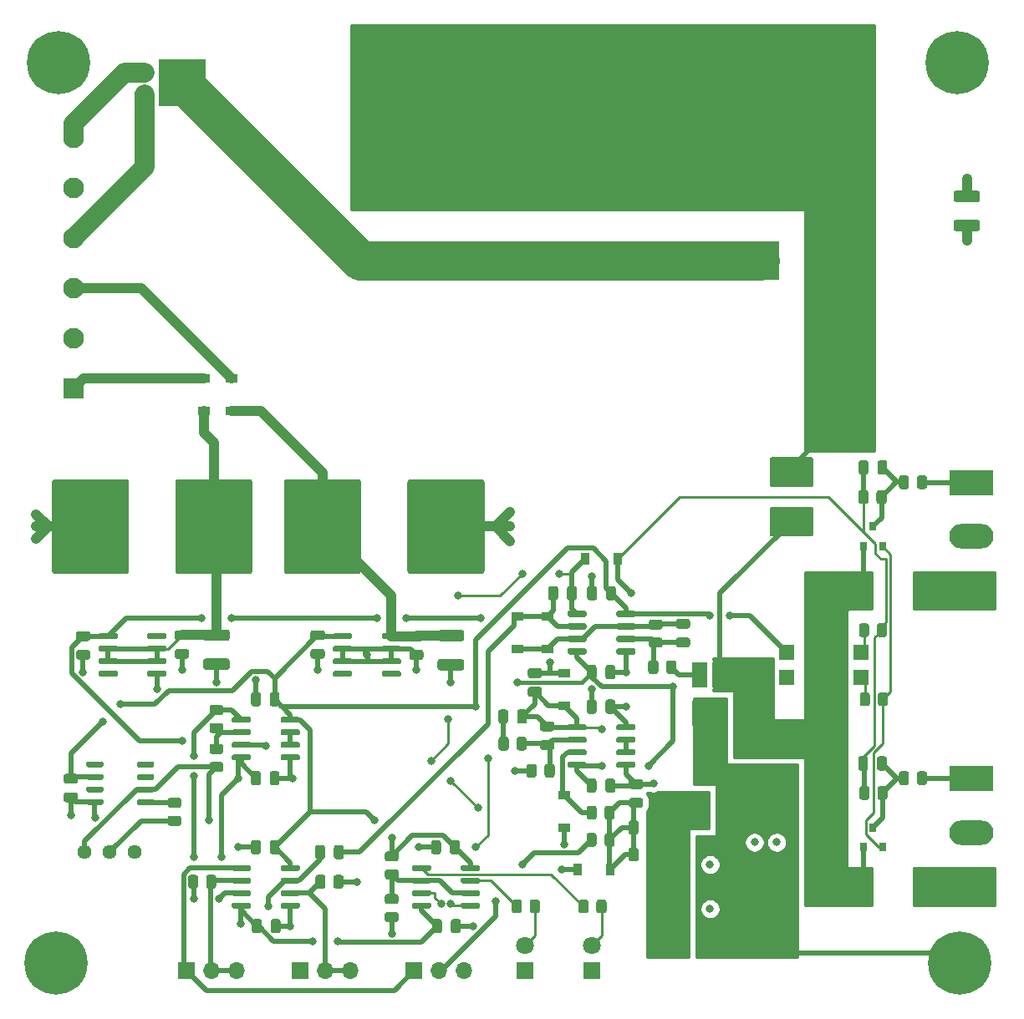
<source format=gbr>
%TF.GenerationSoftware,KiCad,Pcbnew,(5.1.10-1-10_14)*%
%TF.CreationDate,2021-12-23T00:47:36+01:00*%
%TF.ProjectId,NordstroemSupply,4e6f7264-7374-4726-9f65-6d537570706c,rev?*%
%TF.SameCoordinates,Original*%
%TF.FileFunction,Copper,L1,Top*%
%TF.FilePolarity,Positive*%
%FSLAX46Y46*%
G04 Gerber Fmt 4.6, Leading zero omitted, Abs format (unit mm)*
G04 Created by KiCad (PCBNEW (5.1.10-1-10_14)) date 2021-12-23 00:47:36*
%MOMM*%
%LPD*%
G01*
G04 APERTURE LIST*
%TA.AperFunction,ComponentPad*%
%ADD10R,1.500000X1.500000*%
%TD*%
%TA.AperFunction,ComponentPad*%
%ADD11C,0.800000*%
%TD*%
%TA.AperFunction,ComponentPad*%
%ADD12C,6.400000*%
%TD*%
%TA.AperFunction,ComponentPad*%
%ADD13R,4.000000X4.000000*%
%TD*%
%TA.AperFunction,ComponentPad*%
%ADD14C,4.000000*%
%TD*%
%TA.AperFunction,SMDPad,CuDef*%
%ADD15R,1.270000X1.400000*%
%TD*%
%TA.AperFunction,SMDPad,CuDef*%
%ADD16R,4.720000X4.800000*%
%TD*%
%TA.AperFunction,SMDPad,CuDef*%
%ADD17R,1.200000X0.900000*%
%TD*%
%TA.AperFunction,SMDPad,CuDef*%
%ADD18R,0.900000X1.200000*%
%TD*%
%TA.AperFunction,ComponentPad*%
%ADD19R,1.800000X1.800000*%
%TD*%
%TA.AperFunction,ComponentPad*%
%ADD20C,1.800000*%
%TD*%
%TA.AperFunction,ComponentPad*%
%ADD21R,2.100000X2.100000*%
%TD*%
%TA.AperFunction,ComponentPad*%
%ADD22C,2.100000*%
%TD*%
%TA.AperFunction,ComponentPad*%
%ADD23R,4.500000X2.500000*%
%TD*%
%TA.AperFunction,ComponentPad*%
%ADD24O,4.500000X2.500000*%
%TD*%
%TA.AperFunction,SMDPad,CuDef*%
%ADD25R,0.800000X0.900000*%
%TD*%
%TA.AperFunction,SMDPad,CuDef*%
%ADD26R,1.550000X2.550000*%
%TD*%
%TA.AperFunction,ComponentPad*%
%ADD27C,1.440000*%
%TD*%
%TA.AperFunction,ComponentPad*%
%ADD28R,1.700000X1.700000*%
%TD*%
%TA.AperFunction,ComponentPad*%
%ADD29O,1.700000X1.700000*%
%TD*%
%TA.AperFunction,ViaPad*%
%ADD30C,0.800000*%
%TD*%
%TA.AperFunction,Conductor*%
%ADD31C,1.000000*%
%TD*%
%TA.AperFunction,Conductor*%
%ADD32C,4.000000*%
%TD*%
%TA.AperFunction,Conductor*%
%ADD33C,0.500000*%
%TD*%
%TA.AperFunction,Conductor*%
%ADD34C,0.250000*%
%TD*%
%TA.AperFunction,Conductor*%
%ADD35C,0.400000*%
%TD*%
%TA.AperFunction,Conductor*%
%ADD36C,2.000000*%
%TD*%
%TA.AperFunction,Conductor*%
%ADD37C,0.254000*%
%TD*%
%TA.AperFunction,Conductor*%
%ADD38C,0.100000*%
%TD*%
G04 APERTURE END LIST*
D10*
%TO.P,H8,1*%
%TO.N,+15V*%
X78250000Y35750000D03*
%TD*%
%TO.P,H7,1*%
%TO.N,Net-(H7-Pad1)*%
X85750000Y35750000D03*
%TD*%
%TO.P,H6,1*%
%TO.N,-15V*%
X78250000Y33250000D03*
%TD*%
%TO.P,C12,1*%
%TO.N,GND*%
%TA.AperFunction,SMDPad,CuDef*%
G36*
G01*
X3850000Y43949997D02*
X3850000Y53050003D01*
G75*
G02*
X4099997Y53300000I249997J0D01*
G01*
X11400003Y53300000D01*
G75*
G02*
X11650000Y53050003I0J-249997D01*
G01*
X11650000Y43949997D01*
G75*
G02*
X11400003Y43700000I-249997J0D01*
G01*
X4099997Y43700000D01*
G75*
G02*
X3850000Y43949997I0J249997D01*
G01*
G37*
%TD.AperFunction*%
%TO.P,C12,2*%
%TO.N,Net-(C12-Pad2)*%
%TA.AperFunction,SMDPad,CuDef*%
G36*
G01*
X16350000Y43949997D02*
X16350000Y53050003D01*
G75*
G02*
X16599997Y53300000I249997J0D01*
G01*
X23900003Y53300000D01*
G75*
G02*
X24150000Y53050003I0J-249997D01*
G01*
X24150000Y43949997D01*
G75*
G02*
X23900003Y43700000I-249997J0D01*
G01*
X16599997Y43700000D01*
G75*
G02*
X16350000Y43949997I0J249997D01*
G01*
G37*
%TD.AperFunction*%
%TD*%
D11*
%TO.P,H4,1*%
%TO.N,GND*%
X97447056Y5947056D03*
X95750000Y6650000D03*
X94052944Y5947056D03*
X93350000Y4250000D03*
X94052944Y2552944D03*
X95750000Y1850000D03*
X97447056Y2552944D03*
X98150000Y4250000D03*
D12*
X95750000Y4250000D03*
%TD*%
D11*
%TO.P,H3,1*%
%TO.N,GND*%
X5947056Y5947056D03*
X4250000Y6650000D03*
X2552944Y5947056D03*
X1850000Y4250000D03*
X2552944Y2552944D03*
X4250000Y1850000D03*
X5947056Y2552944D03*
X6650000Y4250000D03*
D12*
X4250000Y4250000D03*
%TD*%
D11*
%TO.P,H2,1*%
%TO.N,Center_tap*%
X97197056Y97197056D03*
X95500000Y97900000D03*
X93802944Y97197056D03*
X93100000Y95500000D03*
X93802944Y93802944D03*
X95500000Y93100000D03*
X97197056Y93802944D03*
X97900000Y95500000D03*
D12*
X95500000Y95500000D03*
%TD*%
D11*
%TO.P,H1,1*%
%TO.N,Center_tap*%
X6197056Y97197056D03*
X4500000Y97900000D03*
X2802944Y97197056D03*
X2100000Y95500000D03*
X2802944Y93802944D03*
X4500000Y93100000D03*
X6197056Y93802944D03*
X6900000Y95500000D03*
D12*
X4500000Y95500000D03*
%TD*%
%TO.P,C23,2*%
%TO.N,Center_tap*%
%TA.AperFunction,SMDPad,CuDef*%
G36*
G01*
X70500000Y20750000D02*
X70500000Y18750000D01*
G75*
G02*
X70250000Y18500000I-250000J0D01*
G01*
X66350000Y18500000D01*
G75*
G02*
X66100000Y18750000I0J250000D01*
G01*
X66100000Y20750000D01*
G75*
G02*
X66350000Y21000000I250000J0D01*
G01*
X70250000Y21000000D01*
G75*
G02*
X70500000Y20750000I0J-250000D01*
G01*
G37*
%TD.AperFunction*%
%TO.P,C23,1*%
%TO.N,GND*%
%TA.AperFunction,SMDPad,CuDef*%
G36*
G01*
X78900000Y20750000D02*
X78900000Y18750000D01*
G75*
G02*
X78650000Y18500000I-250000J0D01*
G01*
X74750000Y18500000D01*
G75*
G02*
X74500000Y18750000I0J250000D01*
G01*
X74500000Y20750000D01*
G75*
G02*
X74750000Y21000000I250000J0D01*
G01*
X78650000Y21000000D01*
G75*
G02*
X78900000Y20750000I0J-250000D01*
G01*
G37*
%TD.AperFunction*%
%TD*%
D13*
%TO.P,C1,1*%
%TO.N,Power_In*%
X37500000Y75500000D03*
D14*
%TO.P,C1,2*%
%TO.N,Center_tap*%
X37500000Y85500000D03*
%TD*%
%TO.P,C2,2*%
%TO.N,Center_tap*%
X75500000Y85500000D03*
D13*
%TO.P,C2,1*%
%TO.N,Power_In*%
X75500000Y75500000D03*
%TD*%
%TO.P,C3,1*%
%TO.N,Power_In*%
%TA.AperFunction,SMDPad,CuDef*%
G36*
G01*
X97600001Y78450000D02*
X95399999Y78450000D01*
G75*
G02*
X95150000Y78699999I0J249999D01*
G01*
X95150000Y79350001D01*
G75*
G02*
X95399999Y79600000I249999J0D01*
G01*
X97600001Y79600000D01*
G75*
G02*
X97850000Y79350001I0J-249999D01*
G01*
X97850000Y78699999D01*
G75*
G02*
X97600001Y78450000I-249999J0D01*
G01*
G37*
%TD.AperFunction*%
%TO.P,C3,2*%
%TO.N,Center_tap*%
%TA.AperFunction,SMDPad,CuDef*%
G36*
G01*
X97600001Y81400000D02*
X95399999Y81400000D01*
G75*
G02*
X95150000Y81649999I0J249999D01*
G01*
X95150000Y82300001D01*
G75*
G02*
X95399999Y82550000I249999J0D01*
G01*
X97600001Y82550000D01*
G75*
G02*
X97850000Y82300001I0J-249999D01*
G01*
X97850000Y81649999D01*
G75*
G02*
X97600001Y81400000I-249999J0D01*
G01*
G37*
%TD.AperFunction*%
%TD*%
%TO.P,C4,2*%
%TO.N,GND*%
%TA.AperFunction,SMDPad,CuDef*%
G36*
G01*
X39850000Y43949997D02*
X39850000Y53050003D01*
G75*
G02*
X40099997Y53300000I249997J0D01*
G01*
X47400003Y53300000D01*
G75*
G02*
X47650000Y53050003I0J-249997D01*
G01*
X47650000Y43949997D01*
G75*
G02*
X47400003Y43700000I-249997J0D01*
G01*
X40099997Y43700000D01*
G75*
G02*
X39850000Y43949997I0J249997D01*
G01*
G37*
%TD.AperFunction*%
%TO.P,C4,1*%
%TO.N,Net-(C4-Pad1)*%
%TA.AperFunction,SMDPad,CuDef*%
G36*
G01*
X27350000Y43949997D02*
X27350000Y53050003D01*
G75*
G02*
X27599997Y53300000I249997J0D01*
G01*
X34900003Y53300000D01*
G75*
G02*
X35150000Y53050003I0J-249997D01*
G01*
X35150000Y43949997D01*
G75*
G02*
X34900003Y43700000I-249997J0D01*
G01*
X27599997Y43700000D01*
G75*
G02*
X27350000Y43949997I0J249997D01*
G01*
G37*
%TD.AperFunction*%
%TD*%
%TO.P,C5,1*%
%TO.N,Net-(C4-Pad1)*%
%TA.AperFunction,SMDPad,CuDef*%
G36*
G01*
X43149999Y38025000D02*
X45350001Y38025000D01*
G75*
G02*
X45600000Y37775001I0J-249999D01*
G01*
X45600000Y37124999D01*
G75*
G02*
X45350001Y36875000I-249999J0D01*
G01*
X43149999Y36875000D01*
G75*
G02*
X42900000Y37124999I0J249999D01*
G01*
X42900000Y37775001D01*
G75*
G02*
X43149999Y38025000I249999J0D01*
G01*
G37*
%TD.AperFunction*%
%TO.P,C5,2*%
%TO.N,GND*%
%TA.AperFunction,SMDPad,CuDef*%
G36*
G01*
X43149999Y35075000D02*
X45350001Y35075000D01*
G75*
G02*
X45600000Y34825001I0J-249999D01*
G01*
X45600000Y34174999D01*
G75*
G02*
X45350001Y33925000I-249999J0D01*
G01*
X43149999Y33925000D01*
G75*
G02*
X42900000Y34174999I0J249999D01*
G01*
X42900000Y34825001D01*
G75*
G02*
X43149999Y35075000I249999J0D01*
G01*
G37*
%TD.AperFunction*%
%TD*%
%TO.P,C6,2*%
%TO.N,GND*%
%TA.AperFunction,SMDPad,CuDef*%
G36*
G01*
X40275000Y36000000D02*
X41225000Y36000000D01*
G75*
G02*
X41475000Y35750000I0J-250000D01*
G01*
X41475000Y35250000D01*
G75*
G02*
X41225000Y35000000I-250000J0D01*
G01*
X40275000Y35000000D01*
G75*
G02*
X40025000Y35250000I0J250000D01*
G01*
X40025000Y35750000D01*
G75*
G02*
X40275000Y36000000I250000J0D01*
G01*
G37*
%TD.AperFunction*%
%TO.P,C6,1*%
%TO.N,Net-(C4-Pad1)*%
%TA.AperFunction,SMDPad,CuDef*%
G36*
G01*
X40275000Y37900000D02*
X41225000Y37900000D01*
G75*
G02*
X41475000Y37650000I0J-250000D01*
G01*
X41475000Y37150000D01*
G75*
G02*
X41225000Y36900000I-250000J0D01*
G01*
X40275000Y36900000D01*
G75*
G02*
X40025000Y37150000I0J250000D01*
G01*
X40025000Y37650000D01*
G75*
G02*
X40275000Y37900000I250000J0D01*
G01*
G37*
%TD.AperFunction*%
%TD*%
%TO.P,C7,1*%
%TO.N,+15V*%
%TA.AperFunction,SMDPad,CuDef*%
G36*
G01*
X30275000Y38000000D02*
X31225000Y38000000D01*
G75*
G02*
X31475000Y37750000I0J-250000D01*
G01*
X31475000Y37250000D01*
G75*
G02*
X31225000Y37000000I-250000J0D01*
G01*
X30275000Y37000000D01*
G75*
G02*
X30025000Y37250000I0J250000D01*
G01*
X30025000Y37750000D01*
G75*
G02*
X30275000Y38000000I250000J0D01*
G01*
G37*
%TD.AperFunction*%
%TO.P,C7,2*%
%TO.N,GND*%
%TA.AperFunction,SMDPad,CuDef*%
G36*
G01*
X30275000Y36100000D02*
X31225000Y36100000D01*
G75*
G02*
X31475000Y35850000I0J-250000D01*
G01*
X31475000Y35350000D01*
G75*
G02*
X31225000Y35100000I-250000J0D01*
G01*
X30275000Y35100000D01*
G75*
G02*
X30025000Y35350000I0J250000D01*
G01*
X30025000Y35850000D01*
G75*
G02*
X30275000Y36100000I250000J0D01*
G01*
G37*
%TD.AperFunction*%
%TD*%
%TO.P,C8,1*%
%TO.N,+15V*%
%TA.AperFunction,SMDPad,CuDef*%
G36*
G01*
X26900000Y31475000D02*
X26900000Y30525000D01*
G75*
G02*
X26650000Y30275000I-250000J0D01*
G01*
X26150000Y30275000D01*
G75*
G02*
X25900000Y30525000I0J250000D01*
G01*
X25900000Y31475000D01*
G75*
G02*
X26150000Y31725000I250000J0D01*
G01*
X26650000Y31725000D01*
G75*
G02*
X26900000Y31475000I0J-250000D01*
G01*
G37*
%TD.AperFunction*%
%TO.P,C8,2*%
%TO.N,GND*%
%TA.AperFunction,SMDPad,CuDef*%
G36*
G01*
X25000000Y31475000D02*
X25000000Y30525000D01*
G75*
G02*
X24750000Y30275000I-250000J0D01*
G01*
X24250000Y30275000D01*
G75*
G02*
X24000000Y30525000I0J250000D01*
G01*
X24000000Y31475000D01*
G75*
G02*
X24250000Y31725000I250000J0D01*
G01*
X24750000Y31725000D01*
G75*
G02*
X25000000Y31475000I0J-250000D01*
G01*
G37*
%TD.AperFunction*%
%TD*%
%TO.P,C9,1*%
%TO.N,+15V*%
%TA.AperFunction,SMDPad,CuDef*%
G36*
G01*
X26900000Y16475000D02*
X26900000Y15525000D01*
G75*
G02*
X26650000Y15275000I-250000J0D01*
G01*
X26150000Y15275000D01*
G75*
G02*
X25900000Y15525000I0J250000D01*
G01*
X25900000Y16475000D01*
G75*
G02*
X26150000Y16725000I250000J0D01*
G01*
X26650000Y16725000D01*
G75*
G02*
X26900000Y16475000I0J-250000D01*
G01*
G37*
%TD.AperFunction*%
%TO.P,C9,2*%
%TO.N,GND*%
%TA.AperFunction,SMDPad,CuDef*%
G36*
G01*
X25000000Y16475000D02*
X25000000Y15525000D01*
G75*
G02*
X24750000Y15275000I-250000J0D01*
G01*
X24250000Y15275000D01*
G75*
G02*
X24000000Y15525000I0J250000D01*
G01*
X24000000Y16475000D01*
G75*
G02*
X24250000Y16725000I250000J0D01*
G01*
X24750000Y16725000D01*
G75*
G02*
X25000000Y16475000I0J-250000D01*
G01*
G37*
%TD.AperFunction*%
%TD*%
%TO.P,C10,1*%
%TO.N,+15V*%
%TA.AperFunction,SMDPad,CuDef*%
G36*
G01*
X60950000Y42225000D02*
X60950000Y41275000D01*
G75*
G02*
X60700000Y41025000I-250000J0D01*
G01*
X60200000Y41025000D01*
G75*
G02*
X59950000Y41275000I0J250000D01*
G01*
X59950000Y42225000D01*
G75*
G02*
X60200000Y42475000I250000J0D01*
G01*
X60700000Y42475000D01*
G75*
G02*
X60950000Y42225000I0J-250000D01*
G01*
G37*
%TD.AperFunction*%
%TO.P,C10,2*%
%TO.N,GND*%
%TA.AperFunction,SMDPad,CuDef*%
G36*
G01*
X59050000Y42225000D02*
X59050000Y41275000D01*
G75*
G02*
X58800000Y41025000I-250000J0D01*
G01*
X58300000Y41025000D01*
G75*
G02*
X58050000Y41275000I0J250000D01*
G01*
X58050000Y42225000D01*
G75*
G02*
X58300000Y42475000I250000J0D01*
G01*
X58800000Y42475000D01*
G75*
G02*
X59050000Y42225000I0J-250000D01*
G01*
G37*
%TD.AperFunction*%
%TD*%
%TO.P,C11,1*%
%TO.N,+15V*%
%TA.AperFunction,SMDPad,CuDef*%
G36*
G01*
X60900000Y30725000D02*
X60900000Y29775000D01*
G75*
G02*
X60650000Y29525000I-250000J0D01*
G01*
X60150000Y29525000D01*
G75*
G02*
X59900000Y29775000I0J250000D01*
G01*
X59900000Y30725000D01*
G75*
G02*
X60150000Y30975000I250000J0D01*
G01*
X60650000Y30975000D01*
G75*
G02*
X60900000Y30725000I0J-250000D01*
G01*
G37*
%TD.AperFunction*%
%TO.P,C11,2*%
%TO.N,GND*%
%TA.AperFunction,SMDPad,CuDef*%
G36*
G01*
X59000000Y30725000D02*
X59000000Y29775000D01*
G75*
G02*
X58750000Y29525000I-250000J0D01*
G01*
X58250000Y29525000D01*
G75*
G02*
X58000000Y29775000I0J250000D01*
G01*
X58000000Y30725000D01*
G75*
G02*
X58250000Y30975000I250000J0D01*
G01*
X58750000Y30975000D01*
G75*
G02*
X59000000Y30725000I0J-250000D01*
G01*
G37*
%TD.AperFunction*%
%TD*%
%TO.P,C13,2*%
%TO.N,Net-(C12-Pad2)*%
%TA.AperFunction,SMDPad,CuDef*%
G36*
G01*
X21600001Y36925000D02*
X19399999Y36925000D01*
G75*
G02*
X19150000Y37174999I0J249999D01*
G01*
X19150000Y37825001D01*
G75*
G02*
X19399999Y38075000I249999J0D01*
G01*
X21600001Y38075000D01*
G75*
G02*
X21850000Y37825001I0J-249999D01*
G01*
X21850000Y37174999D01*
G75*
G02*
X21600001Y36925000I-249999J0D01*
G01*
G37*
%TD.AperFunction*%
%TO.P,C13,1*%
%TO.N,GND*%
%TA.AperFunction,SMDPad,CuDef*%
G36*
G01*
X21600001Y33975000D02*
X19399999Y33975000D01*
G75*
G02*
X19150000Y34224999I0J249999D01*
G01*
X19150000Y34875001D01*
G75*
G02*
X19399999Y35125000I249999J0D01*
G01*
X21600001Y35125000D01*
G75*
G02*
X21850000Y34875001I0J-249999D01*
G01*
X21850000Y34224999D01*
G75*
G02*
X21600001Y33975000I-249999J0D01*
G01*
G37*
%TD.AperFunction*%
%TD*%
%TO.P,C14,1*%
%TO.N,GND*%
%TA.AperFunction,SMDPad,CuDef*%
G36*
G01*
X17475000Y35100000D02*
X16525000Y35100000D01*
G75*
G02*
X16275000Y35350000I0J250000D01*
G01*
X16275000Y35850000D01*
G75*
G02*
X16525000Y36100000I250000J0D01*
G01*
X17475000Y36100000D01*
G75*
G02*
X17725000Y35850000I0J-250000D01*
G01*
X17725000Y35350000D01*
G75*
G02*
X17475000Y35100000I-250000J0D01*
G01*
G37*
%TD.AperFunction*%
%TO.P,C14,2*%
%TO.N,Net-(C12-Pad2)*%
%TA.AperFunction,SMDPad,CuDef*%
G36*
G01*
X17475000Y37000000D02*
X16525000Y37000000D01*
G75*
G02*
X16275000Y37250000I0J250000D01*
G01*
X16275000Y37750000D01*
G75*
G02*
X16525000Y38000000I250000J0D01*
G01*
X17475000Y38000000D01*
G75*
G02*
X17725000Y37750000I0J-250000D01*
G01*
X17725000Y37250000D01*
G75*
G02*
X17475000Y37000000I-250000J0D01*
G01*
G37*
%TD.AperFunction*%
%TD*%
%TO.P,C15,2*%
%TO.N,-15V*%
%TA.AperFunction,SMDPad,CuDef*%
G36*
G01*
X7475000Y36900000D02*
X6525000Y36900000D01*
G75*
G02*
X6275000Y37150000I0J250000D01*
G01*
X6275000Y37650000D01*
G75*
G02*
X6525000Y37900000I250000J0D01*
G01*
X7475000Y37900000D01*
G75*
G02*
X7725000Y37650000I0J-250000D01*
G01*
X7725000Y37150000D01*
G75*
G02*
X7475000Y36900000I-250000J0D01*
G01*
G37*
%TD.AperFunction*%
%TO.P,C15,1*%
%TO.N,GND*%
%TA.AperFunction,SMDPad,CuDef*%
G36*
G01*
X7475000Y35000000D02*
X6525000Y35000000D01*
G75*
G02*
X6275000Y35250000I0J250000D01*
G01*
X6275000Y35750000D01*
G75*
G02*
X6525000Y36000000I250000J0D01*
G01*
X7475000Y36000000D01*
G75*
G02*
X7725000Y35750000I0J-250000D01*
G01*
X7725000Y35250000D01*
G75*
G02*
X7475000Y35000000I-250000J0D01*
G01*
G37*
%TD.AperFunction*%
%TD*%
%TO.P,C16,2*%
%TO.N,-15V*%
%TA.AperFunction,SMDPad,CuDef*%
G36*
G01*
X25000000Y23475000D02*
X25000000Y22525000D01*
G75*
G02*
X24750000Y22275000I-250000J0D01*
G01*
X24250000Y22275000D01*
G75*
G02*
X24000000Y22525000I0J250000D01*
G01*
X24000000Y23475000D01*
G75*
G02*
X24250000Y23725000I250000J0D01*
G01*
X24750000Y23725000D01*
G75*
G02*
X25000000Y23475000I0J-250000D01*
G01*
G37*
%TD.AperFunction*%
%TO.P,C16,1*%
%TO.N,GND*%
%TA.AperFunction,SMDPad,CuDef*%
G36*
G01*
X26900000Y23475000D02*
X26900000Y22525000D01*
G75*
G02*
X26650000Y22275000I-250000J0D01*
G01*
X26150000Y22275000D01*
G75*
G02*
X25900000Y22525000I0J250000D01*
G01*
X25900000Y23475000D01*
G75*
G02*
X26150000Y23725000I250000J0D01*
G01*
X26650000Y23725000D01*
G75*
G02*
X26900000Y23475000I0J-250000D01*
G01*
G37*
%TD.AperFunction*%
%TD*%
%TO.P,C17,2*%
%TO.N,-15V*%
%TA.AperFunction,SMDPad,CuDef*%
G36*
G01*
X25100000Y8475000D02*
X25100000Y7525000D01*
G75*
G02*
X24850000Y7275000I-250000J0D01*
G01*
X24350000Y7275000D01*
G75*
G02*
X24100000Y7525000I0J250000D01*
G01*
X24100000Y8475000D01*
G75*
G02*
X24350000Y8725000I250000J0D01*
G01*
X24850000Y8725000D01*
G75*
G02*
X25100000Y8475000I0J-250000D01*
G01*
G37*
%TD.AperFunction*%
%TO.P,C17,1*%
%TO.N,GND*%
%TA.AperFunction,SMDPad,CuDef*%
G36*
G01*
X27000000Y8475000D02*
X27000000Y7525000D01*
G75*
G02*
X26750000Y7275000I-250000J0D01*
G01*
X26250000Y7275000D01*
G75*
G02*
X26000000Y7525000I0J250000D01*
G01*
X26000000Y8475000D01*
G75*
G02*
X26250000Y8725000I250000J0D01*
G01*
X26750000Y8725000D01*
G75*
G02*
X27000000Y8475000I0J-250000D01*
G01*
G37*
%TD.AperFunction*%
%TD*%
%TO.P,C18,2*%
%TO.N,-15V*%
%TA.AperFunction,SMDPad,CuDef*%
G36*
G01*
X59000000Y34225000D02*
X59000000Y33275000D01*
G75*
G02*
X58750000Y33025000I-250000J0D01*
G01*
X58250000Y33025000D01*
G75*
G02*
X58000000Y33275000I0J250000D01*
G01*
X58000000Y34225000D01*
G75*
G02*
X58250000Y34475000I250000J0D01*
G01*
X58750000Y34475000D01*
G75*
G02*
X59000000Y34225000I0J-250000D01*
G01*
G37*
%TD.AperFunction*%
%TO.P,C18,1*%
%TO.N,GND*%
%TA.AperFunction,SMDPad,CuDef*%
G36*
G01*
X60900000Y34225000D02*
X60900000Y33275000D01*
G75*
G02*
X60650000Y33025000I-250000J0D01*
G01*
X60150000Y33025000D01*
G75*
G02*
X59900000Y33275000I0J250000D01*
G01*
X59900000Y34225000D01*
G75*
G02*
X60150000Y34475000I250000J0D01*
G01*
X60650000Y34475000D01*
G75*
G02*
X60900000Y34225000I0J-250000D01*
G01*
G37*
%TD.AperFunction*%
%TD*%
%TO.P,C19,2*%
%TO.N,-15V*%
%TA.AperFunction,SMDPad,CuDef*%
G36*
G01*
X59000000Y22725000D02*
X59000000Y21775000D01*
G75*
G02*
X58750000Y21525000I-250000J0D01*
G01*
X58250000Y21525000D01*
G75*
G02*
X58000000Y21775000I0J250000D01*
G01*
X58000000Y22725000D01*
G75*
G02*
X58250000Y22975000I250000J0D01*
G01*
X58750000Y22975000D01*
G75*
G02*
X59000000Y22725000I0J-250000D01*
G01*
G37*
%TD.AperFunction*%
%TO.P,C19,1*%
%TO.N,GND*%
%TA.AperFunction,SMDPad,CuDef*%
G36*
G01*
X60900000Y22725000D02*
X60900000Y21775000D01*
G75*
G02*
X60650000Y21525000I-250000J0D01*
G01*
X60150000Y21525000D01*
G75*
G02*
X59900000Y21775000I0J250000D01*
G01*
X59900000Y22725000D01*
G75*
G02*
X60150000Y22975000I250000J0D01*
G01*
X60650000Y22975000D01*
G75*
G02*
X60900000Y22725000I0J-250000D01*
G01*
G37*
%TD.AperFunction*%
%TD*%
%TO.P,C20,2*%
%TO.N,Net-(C20-Pad2)*%
%TA.AperFunction,SMDPad,CuDef*%
G36*
G01*
X68225000Y38150000D02*
X67275000Y38150000D01*
G75*
G02*
X67025000Y38400000I0J250000D01*
G01*
X67025000Y38900000D01*
G75*
G02*
X67275000Y39150000I250000J0D01*
G01*
X68225000Y39150000D01*
G75*
G02*
X68475000Y38900000I0J-250000D01*
G01*
X68475000Y38400000D01*
G75*
G02*
X68225000Y38150000I-250000J0D01*
G01*
G37*
%TD.AperFunction*%
%TO.P,C20,1*%
%TO.N,Net-(C20-Pad1)*%
%TA.AperFunction,SMDPad,CuDef*%
G36*
G01*
X68225000Y36250000D02*
X67275000Y36250000D01*
G75*
G02*
X67025000Y36500000I0J250000D01*
G01*
X67025000Y37000000D01*
G75*
G02*
X67275000Y37250000I250000J0D01*
G01*
X68225000Y37250000D01*
G75*
G02*
X68475000Y37000000I0J-250000D01*
G01*
X68475000Y36500000D01*
G75*
G02*
X68225000Y36250000I-250000J0D01*
G01*
G37*
%TD.AperFunction*%
%TD*%
%TO.P,C21,1*%
%TO.N,Net-(C21-Pad1)*%
%TA.AperFunction,SMDPad,CuDef*%
G36*
G01*
X88450000Y54975000D02*
X88450000Y54025000D01*
G75*
G02*
X88200000Y53775000I-250000J0D01*
G01*
X87700000Y53775000D01*
G75*
G02*
X87450000Y54025000I0J250000D01*
G01*
X87450000Y54975000D01*
G75*
G02*
X87700000Y55225000I250000J0D01*
G01*
X88200000Y55225000D01*
G75*
G02*
X88450000Y54975000I0J-250000D01*
G01*
G37*
%TD.AperFunction*%
%TO.P,C21,2*%
%TO.N,Feedback_control*%
%TA.AperFunction,SMDPad,CuDef*%
G36*
G01*
X86550000Y54975000D02*
X86550000Y54025000D01*
G75*
G02*
X86300000Y53775000I-250000J0D01*
G01*
X85800000Y53775000D01*
G75*
G02*
X85550000Y54025000I0J250000D01*
G01*
X85550000Y54975000D01*
G75*
G02*
X85800000Y55225000I250000J0D01*
G01*
X86300000Y55225000D01*
G75*
G02*
X86550000Y54975000I0J-250000D01*
G01*
G37*
%TD.AperFunction*%
%TD*%
%TO.P,C22,1*%
%TO.N,Net-(C22-Pad1)*%
%TA.AperFunction,SMDPad,CuDef*%
G36*
G01*
X54100000Y41275000D02*
X54100000Y42225000D01*
G75*
G02*
X54350000Y42475000I250000J0D01*
G01*
X54850000Y42475000D01*
G75*
G02*
X55100000Y42225000I0J-250000D01*
G01*
X55100000Y41275000D01*
G75*
G02*
X54850000Y41025000I-250000J0D01*
G01*
X54350000Y41025000D01*
G75*
G02*
X54100000Y41275000I0J250000D01*
G01*
G37*
%TD.AperFunction*%
%TO.P,C22,2*%
%TO.N,CC_flag*%
%TA.AperFunction,SMDPad,CuDef*%
G36*
G01*
X56000000Y41275000D02*
X56000000Y42225000D01*
G75*
G02*
X56250000Y42475000I250000J0D01*
G01*
X56750000Y42475000D01*
G75*
G02*
X57000000Y42225000I0J-250000D01*
G01*
X57000000Y41275000D01*
G75*
G02*
X56750000Y41025000I-250000J0D01*
G01*
X56250000Y41025000D01*
G75*
G02*
X56000000Y41275000I0J250000D01*
G01*
G37*
%TD.AperFunction*%
%TD*%
%TO.P,C24,1*%
%TO.N,GND*%
%TA.AperFunction,SMDPad,CuDef*%
G36*
G01*
X70250000Y13225000D02*
X70250000Y12275000D01*
G75*
G02*
X70000000Y12025000I-250000J0D01*
G01*
X69500000Y12025000D01*
G75*
G02*
X69250000Y12275000I0J250000D01*
G01*
X69250000Y13225000D01*
G75*
G02*
X69500000Y13475000I250000J0D01*
G01*
X70000000Y13475000D01*
G75*
G02*
X70250000Y13225000I0J-250000D01*
G01*
G37*
%TD.AperFunction*%
%TO.P,C24,2*%
%TO.N,Center_tap*%
%TA.AperFunction,SMDPad,CuDef*%
G36*
G01*
X68350000Y13225000D02*
X68350000Y12275000D01*
G75*
G02*
X68100000Y12025000I-250000J0D01*
G01*
X67600000Y12025000D01*
G75*
G02*
X67350000Y12275000I0J250000D01*
G01*
X67350000Y13225000D01*
G75*
G02*
X67600000Y13475000I250000J0D01*
G01*
X68100000Y13475000D01*
G75*
G02*
X68350000Y13225000I0J-250000D01*
G01*
G37*
%TD.AperFunction*%
%TD*%
%TO.P,C25,2*%
%TO.N,Feedback_control*%
%TA.AperFunction,SMDPad,CuDef*%
G36*
G01*
X86500000Y24975000D02*
X86500000Y24025000D01*
G75*
G02*
X86250000Y23775000I-250000J0D01*
G01*
X85750000Y23775000D01*
G75*
G02*
X85500000Y24025000I0J250000D01*
G01*
X85500000Y24975000D01*
G75*
G02*
X85750000Y25225000I250000J0D01*
G01*
X86250000Y25225000D01*
G75*
G02*
X86500000Y24975000I0J-250000D01*
G01*
G37*
%TD.AperFunction*%
%TO.P,C25,1*%
%TO.N,Net-(C25-Pad1)*%
%TA.AperFunction,SMDPad,CuDef*%
G36*
G01*
X88400000Y24975000D02*
X88400000Y24025000D01*
G75*
G02*
X88150000Y23775000I-250000J0D01*
G01*
X87650000Y23775000D01*
G75*
G02*
X87400000Y24025000I0J250000D01*
G01*
X87400000Y24975000D01*
G75*
G02*
X87650000Y25225000I250000J0D01*
G01*
X88150000Y25225000D01*
G75*
G02*
X88400000Y24975000I0J-250000D01*
G01*
G37*
%TD.AperFunction*%
%TD*%
%TO.P,C26,1*%
%TO.N,Net-(C26-Pad1)*%
%TA.AperFunction,SMDPad,CuDef*%
G36*
G01*
X49050000Y28775000D02*
X49050000Y29725000D01*
G75*
G02*
X49300000Y29975000I250000J0D01*
G01*
X49800000Y29975000D01*
G75*
G02*
X50050000Y29725000I0J-250000D01*
G01*
X50050000Y28775000D01*
G75*
G02*
X49800000Y28525000I-250000J0D01*
G01*
X49300000Y28525000D01*
G75*
G02*
X49050000Y28775000I0J250000D01*
G01*
G37*
%TD.AperFunction*%
%TO.P,C26,2*%
%TO.N,CV_flag*%
%TA.AperFunction,SMDPad,CuDef*%
G36*
G01*
X50950000Y28775000D02*
X50950000Y29725000D01*
G75*
G02*
X51200000Y29975000I250000J0D01*
G01*
X51700000Y29975000D01*
G75*
G02*
X51950000Y29725000I0J-250000D01*
G01*
X51950000Y28775000D01*
G75*
G02*
X51700000Y28525000I-250000J0D01*
G01*
X51200000Y28525000D01*
G75*
G02*
X50950000Y28775000I0J250000D01*
G01*
G37*
%TD.AperFunction*%
%TD*%
%TO.P,C27,2*%
%TO.N,CV_flag*%
%TA.AperFunction,SMDPad,CuDef*%
G36*
G01*
X54475000Y27750000D02*
X53525000Y27750000D01*
G75*
G02*
X53275000Y28000000I0J250000D01*
G01*
X53275000Y28500000D01*
G75*
G02*
X53525000Y28750000I250000J0D01*
G01*
X54475000Y28750000D01*
G75*
G02*
X54725000Y28500000I0J-250000D01*
G01*
X54725000Y28000000D01*
G75*
G02*
X54475000Y27750000I-250000J0D01*
G01*
G37*
%TD.AperFunction*%
%TO.P,C27,1*%
%TO.N,Net-(C27-Pad1)*%
%TA.AperFunction,SMDPad,CuDef*%
G36*
G01*
X54475000Y25850000D02*
X53525000Y25850000D01*
G75*
G02*
X53275000Y26100000I0J250000D01*
G01*
X53275000Y26600000D01*
G75*
G02*
X53525000Y26850000I250000J0D01*
G01*
X54475000Y26850000D01*
G75*
G02*
X54725000Y26600000I0J-250000D01*
G01*
X54725000Y26100000D01*
G75*
G02*
X54475000Y25850000I-250000J0D01*
G01*
G37*
%TD.AperFunction*%
%TD*%
%TO.P,C28,2*%
%TO.N,Net-(C28-Pad2)*%
%TA.AperFunction,SMDPad,CuDef*%
G36*
G01*
X62525000Y21000000D02*
X63475000Y21000000D01*
G75*
G02*
X63725000Y20750000I0J-250000D01*
G01*
X63725000Y20250000D01*
G75*
G02*
X63475000Y20000000I-250000J0D01*
G01*
X62525000Y20000000D01*
G75*
G02*
X62275000Y20250000I0J250000D01*
G01*
X62275000Y20750000D01*
G75*
G02*
X62525000Y21000000I250000J0D01*
G01*
G37*
%TD.AperFunction*%
%TO.P,C28,1*%
%TO.N,GND*%
%TA.AperFunction,SMDPad,CuDef*%
G36*
G01*
X62525000Y22900000D02*
X63475000Y22900000D01*
G75*
G02*
X63725000Y22650000I0J-250000D01*
G01*
X63725000Y22150000D01*
G75*
G02*
X63475000Y21900000I-250000J0D01*
G01*
X62525000Y21900000D01*
G75*
G02*
X62275000Y22150000I0J250000D01*
G01*
X62275000Y22650000D01*
G75*
G02*
X62525000Y22900000I250000J0D01*
G01*
G37*
%TD.AperFunction*%
%TD*%
%TO.P,C29,1*%
%TO.N,CV_flag*%
%TA.AperFunction,SMDPad,CuDef*%
G36*
G01*
X53225000Y31250000D02*
X52275000Y31250000D01*
G75*
G02*
X52025000Y31500000I0J250000D01*
G01*
X52025000Y32000000D01*
G75*
G02*
X52275000Y32250000I250000J0D01*
G01*
X53225000Y32250000D01*
G75*
G02*
X53475000Y32000000I0J-250000D01*
G01*
X53475000Y31500000D01*
G75*
G02*
X53225000Y31250000I-250000J0D01*
G01*
G37*
%TD.AperFunction*%
%TO.P,C29,2*%
%TO.N,Feedback_control*%
%TA.AperFunction,SMDPad,CuDef*%
G36*
G01*
X53225000Y33150000D02*
X52275000Y33150000D01*
G75*
G02*
X52025000Y33400000I0J250000D01*
G01*
X52025000Y33900000D01*
G75*
G02*
X52275000Y34150000I250000J0D01*
G01*
X53225000Y34150000D01*
G75*
G02*
X53475000Y33900000I0J-250000D01*
G01*
X53475000Y33400000D01*
G75*
G02*
X53225000Y33150000I-250000J0D01*
G01*
G37*
%TD.AperFunction*%
%TD*%
%TO.P,C30,2*%
%TO.N,Center_tap*%
%TA.AperFunction,SMDPad,CuDef*%
G36*
G01*
X64150000Y17525000D02*
X64150000Y18475000D01*
G75*
G02*
X64400000Y18725000I250000J0D01*
G01*
X64900000Y18725000D01*
G75*
G02*
X65150000Y18475000I0J-250000D01*
G01*
X65150000Y17525000D01*
G75*
G02*
X64900000Y17275000I-250000J0D01*
G01*
X64400000Y17275000D01*
G75*
G02*
X64150000Y17525000I0J250000D01*
G01*
G37*
%TD.AperFunction*%
%TO.P,C30,1*%
%TO.N,Net-(C28-Pad2)*%
%TA.AperFunction,SMDPad,CuDef*%
G36*
G01*
X62250000Y17525000D02*
X62250000Y18475000D01*
G75*
G02*
X62500000Y18725000I250000J0D01*
G01*
X63000000Y18725000D01*
G75*
G02*
X63250000Y18475000I0J-250000D01*
G01*
X63250000Y17525000D01*
G75*
G02*
X63000000Y17275000I-250000J0D01*
G01*
X62500000Y17275000D01*
G75*
G02*
X62250000Y17525000I0J250000D01*
G01*
G37*
%TD.AperFunction*%
%TD*%
%TO.P,C31,2*%
%TO.N,GND*%
%TA.AperFunction,SMDPad,CuDef*%
G36*
G01*
X43250000Y16475000D02*
X43250000Y15525000D01*
G75*
G02*
X43000000Y15275000I-250000J0D01*
G01*
X42500000Y15275000D01*
G75*
G02*
X42250000Y15525000I0J250000D01*
G01*
X42250000Y16475000D01*
G75*
G02*
X42500000Y16725000I250000J0D01*
G01*
X43000000Y16725000D01*
G75*
G02*
X43250000Y16475000I0J-250000D01*
G01*
G37*
%TD.AperFunction*%
%TO.P,C31,1*%
%TO.N,+15V*%
%TA.AperFunction,SMDPad,CuDef*%
G36*
G01*
X45150000Y16475000D02*
X45150000Y15525000D01*
G75*
G02*
X44900000Y15275000I-250000J0D01*
G01*
X44400000Y15275000D01*
G75*
G02*
X44150000Y15525000I0J250000D01*
G01*
X44150000Y16475000D01*
G75*
G02*
X44400000Y16725000I250000J0D01*
G01*
X44900000Y16725000D01*
G75*
G02*
X45150000Y16475000I0J-250000D01*
G01*
G37*
%TD.AperFunction*%
%TD*%
%TO.P,C32,2*%
%TO.N,-15V*%
%TA.AperFunction,SMDPad,CuDef*%
G36*
G01*
X43350000Y8475000D02*
X43350000Y7525000D01*
G75*
G02*
X43100000Y7275000I-250000J0D01*
G01*
X42600000Y7275000D01*
G75*
G02*
X42350000Y7525000I0J250000D01*
G01*
X42350000Y8475000D01*
G75*
G02*
X42600000Y8725000I250000J0D01*
G01*
X43100000Y8725000D01*
G75*
G02*
X43350000Y8475000I0J-250000D01*
G01*
G37*
%TD.AperFunction*%
%TO.P,C32,1*%
%TO.N,GND*%
%TA.AperFunction,SMDPad,CuDef*%
G36*
G01*
X45250000Y8475000D02*
X45250000Y7525000D01*
G75*
G02*
X45000000Y7275000I-250000J0D01*
G01*
X44500000Y7275000D01*
G75*
G02*
X44250000Y7525000I0J250000D01*
G01*
X44250000Y8475000D01*
G75*
G02*
X44500000Y8725000I250000J0D01*
G01*
X45000000Y8725000D01*
G75*
G02*
X45250000Y8475000I0J-250000D01*
G01*
G37*
%TD.AperFunction*%
%TD*%
%TO.P,C33,1*%
%TO.N,+15V*%
%TA.AperFunction,SMDPad,CuDef*%
G36*
G01*
X5275000Y23450000D02*
X6225000Y23450000D01*
G75*
G02*
X6475000Y23200000I0J-250000D01*
G01*
X6475000Y22700000D01*
G75*
G02*
X6225000Y22450000I-250000J0D01*
G01*
X5275000Y22450000D01*
G75*
G02*
X5025000Y22700000I0J250000D01*
G01*
X5025000Y23200000D01*
G75*
G02*
X5275000Y23450000I250000J0D01*
G01*
G37*
%TD.AperFunction*%
%TO.P,C33,2*%
%TO.N,GND*%
%TA.AperFunction,SMDPad,CuDef*%
G36*
G01*
X5275000Y21550000D02*
X6225000Y21550000D01*
G75*
G02*
X6475000Y21300000I0J-250000D01*
G01*
X6475000Y20800000D01*
G75*
G02*
X6225000Y20550000I-250000J0D01*
G01*
X5275000Y20550000D01*
G75*
G02*
X5025000Y20800000I0J250000D01*
G01*
X5025000Y21300000D01*
G75*
G02*
X5275000Y21550000I250000J0D01*
G01*
G37*
%TD.AperFunction*%
%TD*%
D15*
%TO.P,D1,1*%
%TO.N,Net-(D1-Pad1)*%
X13235000Y92460000D03*
D16*
%TO.P,D1,3*%
%TO.N,Power_In*%
X17040000Y93500000D03*
D15*
%TO.P,D1,2*%
%TO.N,Net-(D1-Pad2)*%
X13235000Y94540000D03*
%TD*%
D17*
%TO.P,D2,2*%
%TO.N,Net-(D2-Pad2)*%
X22000000Y63550000D03*
%TO.P,D2,1*%
%TO.N,Net-(C4-Pad1)*%
X22000000Y60250000D03*
%TD*%
%TO.P,D3,1*%
%TO.N,Net-(C12-Pad2)*%
X19250000Y60250000D03*
%TO.P,D3,2*%
%TO.N,Net-(D3-Pad2)*%
X19250000Y63550000D03*
%TD*%
D18*
%TO.P,D4,1*%
%TO.N,CC_flag*%
X57850000Y45250000D03*
%TO.P,D4,2*%
%TO.N,Feedback_control*%
X61150000Y45250000D03*
%TD*%
D17*
%TO.P,D5,1*%
%TO.N,Net-(C20-Pad2)*%
X54000000Y36100000D03*
%TO.P,D5,2*%
%TO.N,Net-(C22-Pad1)*%
X54000000Y39400000D03*
%TD*%
%TO.P,D6,2*%
%TO.N,Net-(C20-Pad2)*%
X51000000Y36100000D03*
%TO.P,D6,1*%
%TO.N,Net-(C22-Pad1)*%
X51000000Y39400000D03*
%TD*%
D19*
%TO.P,D7,1*%
%TO.N,GND*%
X51750000Y3500000D03*
D20*
%TO.P,D7,2*%
%TO.N,Net-(D7-Pad2)*%
X51750000Y6040000D03*
%TD*%
%TO.P,D8,2*%
%TO.N,Net-(D8-Pad2)*%
X58500000Y6040000D03*
D19*
%TO.P,D8,1*%
%TO.N,GND*%
X58500000Y3500000D03*
%TD*%
D17*
%TO.P,D9,2*%
%TO.N,Feedback_control*%
X55750000Y33650000D03*
%TO.P,D9,1*%
%TO.N,CV_flag*%
X55750000Y30350000D03*
%TD*%
%TO.P,D10,2*%
%TO.N,GND*%
X55750000Y17950000D03*
%TO.P,D10,1*%
%TO.N,Net-(D10-Pad1)*%
X55750000Y21250000D03*
%TD*%
D18*
%TO.P,D11,1*%
%TO.N,GND*%
X57100000Y13750000D03*
%TO.P,D11,2*%
%TO.N,Net-(C28-Pad2)*%
X60400000Y13750000D03*
%TD*%
D21*
%TO.P,J1,1*%
%TO.N,Net-(D3-Pad2)*%
X6000000Y62500000D03*
D22*
%TO.P,J1,2*%
%TO.N,GND*%
X6000000Y67580000D03*
%TO.P,J1,3*%
%TO.N,Net-(D2-Pad2)*%
X6000000Y72660000D03*
%TO.P,J1,4*%
%TO.N,Net-(D1-Pad1)*%
X6000000Y77740000D03*
%TO.P,J1,5*%
%TO.N,Center_tap*%
X6000000Y82820000D03*
%TO.P,J1,6*%
%TO.N,Net-(D1-Pad2)*%
X6000000Y87900000D03*
%TD*%
D21*
%TO.P,J2,1*%
%TO.N,GND*%
X71500000Y6500000D03*
D22*
%TO.P,J2,2*%
%TO.N,Center_tap*%
X66420000Y6500000D03*
%TD*%
D23*
%TO.P,Q1,1*%
%TO.N,Net-(Q1-Pad1)*%
X97000000Y52950000D03*
D24*
%TO.P,Q1,2*%
%TO.N,Power_In*%
X97000000Y47500000D03*
%TO.P,Q1,3*%
%TO.N,Net-(Q1-Pad3)*%
X97000000Y42050000D03*
%TD*%
D25*
%TO.P,Q2,3*%
%TO.N,Net-(C21-Pad1)*%
X87000000Y48500000D03*
%TO.P,Q2,2*%
%TO.N,Net-(Q2-Pad2)*%
X87950000Y46500000D03*
%TO.P,Q2,1*%
%TO.N,Series_pass_out*%
X86050000Y46500000D03*
%TD*%
D24*
%TO.P,Q3,3*%
%TO.N,Net-(Q3-Pad3)*%
X97000000Y12050000D03*
%TO.P,Q3,2*%
%TO.N,Power_In*%
X97000000Y17500000D03*
D23*
%TO.P,Q3,1*%
%TO.N,Net-(Q3-Pad1)*%
X97000000Y22950000D03*
%TD*%
D25*
%TO.P,Q4,1*%
%TO.N,Series_pass_out*%
X86050000Y16000000D03*
%TO.P,Q4,2*%
%TO.N,Net-(Q2-Pad2)*%
X87950000Y16000000D03*
%TO.P,Q4,3*%
%TO.N,Net-(C25-Pad1)*%
X87000000Y18000000D03*
%TD*%
%TO.P,R3,1*%
%TO.N,Net-(R3-Pad1)*%
%TA.AperFunction,SMDPad,CuDef*%
G36*
G01*
X15799999Y21012500D02*
X16700001Y21012500D01*
G75*
G02*
X16950000Y20762501I0J-249999D01*
G01*
X16950000Y20237499D01*
G75*
G02*
X16700001Y19987500I-249999J0D01*
G01*
X15799999Y19987500D01*
G75*
G02*
X15550000Y20237499I0J249999D01*
G01*
X15550000Y20762501D01*
G75*
G02*
X15799999Y21012500I249999J0D01*
G01*
G37*
%TD.AperFunction*%
%TO.P,R3,2*%
%TO.N,Net-(R3-Pad2)*%
%TA.AperFunction,SMDPad,CuDef*%
G36*
G01*
X15799999Y19187500D02*
X16700001Y19187500D01*
G75*
G02*
X16950000Y18937501I0J-249999D01*
G01*
X16950000Y18412499D01*
G75*
G02*
X16700001Y18162500I-249999J0D01*
G01*
X15799999Y18162500D01*
G75*
G02*
X15550000Y18412499I0J249999D01*
G01*
X15550000Y18937501D01*
G75*
G02*
X15799999Y19187500I249999J0D01*
G01*
G37*
%TD.AperFunction*%
%TD*%
%TO.P,R6,1*%
%TO.N,Net-(Q1-Pad3)*%
%TA.AperFunction,SMDPad,CuDef*%
G36*
G01*
X92575000Y43425000D02*
X92575000Y40575000D01*
G75*
G02*
X92325000Y40325000I-250000J0D01*
G01*
X91600000Y40325000D01*
G75*
G02*
X91350000Y40575000I0J250000D01*
G01*
X91350000Y43425000D01*
G75*
G02*
X91600000Y43675000I250000J0D01*
G01*
X92325000Y43675000D01*
G75*
G02*
X92575000Y43425000I0J-250000D01*
G01*
G37*
%TD.AperFunction*%
%TO.P,R6,2*%
%TO.N,Series_pass_out*%
%TA.AperFunction,SMDPad,CuDef*%
G36*
G01*
X86650000Y43425000D02*
X86650000Y40575000D01*
G75*
G02*
X86400000Y40325000I-250000J0D01*
G01*
X85675000Y40325000D01*
G75*
G02*
X85425000Y40575000I0J250000D01*
G01*
X85425000Y43425000D01*
G75*
G02*
X85675000Y43675000I250000J0D01*
G01*
X86400000Y43675000D01*
G75*
G02*
X86650000Y43425000I0J-250000D01*
G01*
G37*
%TD.AperFunction*%
%TD*%
D26*
%TO.P,R11,4*%
%TO.N,Series_pass_out*%
X71500000Y33500000D03*
%TO.P,R11,3*%
%TO.N,I_sense-*%
X69450000Y33500000D03*
%TO.P,R11,2*%
%TO.N,GND*%
X69450000Y29550000D03*
%TO.P,R11,1*%
X71500000Y29550000D03*
%TD*%
%TO.P,R12,1*%
%TO.N,Net-(C22-Pad1)*%
%TA.AperFunction,SMDPad,CuDef*%
G36*
G01*
X33400000Y15975000D02*
X33400000Y15025000D01*
G75*
G02*
X33150000Y14775000I-250000J0D01*
G01*
X32650000Y14775000D01*
G75*
G02*
X32400000Y15025000I0J250000D01*
G01*
X32400000Y15975000D01*
G75*
G02*
X32650000Y16225000I250000J0D01*
G01*
X33150000Y16225000D01*
G75*
G02*
X33400000Y15975000I0J-250000D01*
G01*
G37*
%TD.AperFunction*%
%TO.P,R12,2*%
%TO.N,Iset*%
%TA.AperFunction,SMDPad,CuDef*%
G36*
G01*
X31500000Y15975000D02*
X31500000Y15025000D01*
G75*
G02*
X31250000Y14775000I-250000J0D01*
G01*
X30750000Y14775000D01*
G75*
G02*
X30500000Y15025000I0J250000D01*
G01*
X30500000Y15975000D01*
G75*
G02*
X30750000Y16225000I250000J0D01*
G01*
X31250000Y16225000D01*
G75*
G02*
X31500000Y15975000I0J-250000D01*
G01*
G37*
%TD.AperFunction*%
%TD*%
%TO.P,R13,2*%
%TO.N,Series_pass_out*%
%TA.AperFunction,SMDPad,CuDef*%
G36*
G01*
X86650000Y13425000D02*
X86650000Y10575000D01*
G75*
G02*
X86400000Y10325000I-250000J0D01*
G01*
X85675000Y10325000D01*
G75*
G02*
X85425000Y10575000I0J250000D01*
G01*
X85425000Y13425000D01*
G75*
G02*
X85675000Y13675000I250000J0D01*
G01*
X86400000Y13675000D01*
G75*
G02*
X86650000Y13425000I0J-250000D01*
G01*
G37*
%TD.AperFunction*%
%TO.P,R13,1*%
%TO.N,Net-(Q3-Pad3)*%
%TA.AperFunction,SMDPad,CuDef*%
G36*
G01*
X92575000Y13425000D02*
X92575000Y10575000D01*
G75*
G02*
X92325000Y10325000I-250000J0D01*
G01*
X91600000Y10325000D01*
G75*
G02*
X91350000Y10575000I0J250000D01*
G01*
X91350000Y13425000D01*
G75*
G02*
X91600000Y13675000I250000J0D01*
G01*
X92325000Y13675000D01*
G75*
G02*
X92575000Y13425000I0J-250000D01*
G01*
G37*
%TD.AperFunction*%
%TD*%
%TO.P,R14,1*%
%TO.N,Series_pass_out*%
%TA.AperFunction,SMDPad,CuDef*%
G36*
G01*
X80724999Y47487500D02*
X76775001Y47487500D01*
G75*
G02*
X76525000Y47737501I0J250001D01*
G01*
X76525000Y50262499D01*
G75*
G02*
X76775001Y50512500I250001J0D01*
G01*
X80724999Y50512500D01*
G75*
G02*
X80975000Y50262499I0J-250001D01*
G01*
X80975000Y47737501D01*
G75*
G02*
X80724999Y47487500I-250001J0D01*
G01*
G37*
%TD.AperFunction*%
%TO.P,R14,2*%
%TO.N,Center_tap*%
%TA.AperFunction,SMDPad,CuDef*%
G36*
G01*
X80724999Y52512500D02*
X76775001Y52512500D01*
G75*
G02*
X76525000Y52762501I0J250001D01*
G01*
X76525000Y55287499D01*
G75*
G02*
X76775001Y55537500I250001J0D01*
G01*
X80724999Y55537500D01*
G75*
G02*
X80975000Y55287499I0J-250001D01*
G01*
X80975000Y52762501D01*
G75*
G02*
X80724999Y52512500I-250001J0D01*
G01*
G37*
%TD.AperFunction*%
%TD*%
D27*
%TO.P,RV1,1*%
%TO.N,GND*%
X12250000Y15500000D03*
%TO.P,RV1,2*%
%TO.N,Net-(R3-Pad2)*%
X9710000Y15500000D03*
%TO.P,RV1,3*%
%TO.N,5.000V*%
X7170000Y15500000D03*
%TD*%
D28*
%TO.P,RV2,1*%
%TO.N,Vset*%
X17500000Y3500000D03*
D29*
%TO.P,RV2,2*%
%TO.N,Net-(R4-Pad2)*%
X20040000Y3500000D03*
%TO.P,RV2,3*%
X22580000Y3500000D03*
%TD*%
%TO.P,RV3,3*%
%TO.N,Net-(R5-Pad2)*%
X34080000Y3500000D03*
%TO.P,RV3,2*%
X31540000Y3500000D03*
D28*
%TO.P,RV3,1*%
%TO.N,Iset*%
X29000000Y3500000D03*
%TD*%
%TO.P,SW1,1*%
%TO.N,Vset*%
X40500000Y3500000D03*
D29*
%TO.P,SW1,2*%
%TO.N,Net-(R25-Pad2)*%
X43040000Y3500000D03*
%TO.P,SW1,3*%
%TO.N,GND*%
X45580000Y3500000D03*
%TD*%
%TO.P,U1,1*%
%TO.N,Net-(U1-Pad1)*%
%TA.AperFunction,SMDPad,CuDef*%
G36*
G01*
X7300000Y24255000D02*
X7300000Y24555000D01*
G75*
G02*
X7450000Y24705000I150000J0D01*
G01*
X8900000Y24705000D01*
G75*
G02*
X9050000Y24555000I0J-150000D01*
G01*
X9050000Y24255000D01*
G75*
G02*
X8900000Y24105000I-150000J0D01*
G01*
X7450000Y24105000D01*
G75*
G02*
X7300000Y24255000I0J150000D01*
G01*
G37*
%TD.AperFunction*%
%TO.P,U1,2*%
%TO.N,+15V*%
%TA.AperFunction,SMDPad,CuDef*%
G36*
G01*
X7300000Y22985000D02*
X7300000Y23285000D01*
G75*
G02*
X7450000Y23435000I150000J0D01*
G01*
X8900000Y23435000D01*
G75*
G02*
X9050000Y23285000I0J-150000D01*
G01*
X9050000Y22985000D01*
G75*
G02*
X8900000Y22835000I-150000J0D01*
G01*
X7450000Y22835000D01*
G75*
G02*
X7300000Y22985000I0J150000D01*
G01*
G37*
%TD.AperFunction*%
%TO.P,U1,3*%
%TO.N,Net-(U1-Pad3)*%
%TA.AperFunction,SMDPad,CuDef*%
G36*
G01*
X7300000Y21715000D02*
X7300000Y22015000D01*
G75*
G02*
X7450000Y22165000I150000J0D01*
G01*
X8900000Y22165000D01*
G75*
G02*
X9050000Y22015000I0J-150000D01*
G01*
X9050000Y21715000D01*
G75*
G02*
X8900000Y21565000I-150000J0D01*
G01*
X7450000Y21565000D01*
G75*
G02*
X7300000Y21715000I0J150000D01*
G01*
G37*
%TD.AperFunction*%
%TO.P,U1,4*%
%TO.N,GND*%
%TA.AperFunction,SMDPad,CuDef*%
G36*
G01*
X7300000Y20445000D02*
X7300000Y20745000D01*
G75*
G02*
X7450000Y20895000I150000J0D01*
G01*
X8900000Y20895000D01*
G75*
G02*
X9050000Y20745000I0J-150000D01*
G01*
X9050000Y20445000D01*
G75*
G02*
X8900000Y20295000I-150000J0D01*
G01*
X7450000Y20295000D01*
G75*
G02*
X7300000Y20445000I0J150000D01*
G01*
G37*
%TD.AperFunction*%
%TO.P,U1,5*%
%TO.N,Net-(R3-Pad1)*%
%TA.AperFunction,SMDPad,CuDef*%
G36*
G01*
X12450000Y20445000D02*
X12450000Y20745000D01*
G75*
G02*
X12600000Y20895000I150000J0D01*
G01*
X14050000Y20895000D01*
G75*
G02*
X14200000Y20745000I0J-150000D01*
G01*
X14200000Y20445000D01*
G75*
G02*
X14050000Y20295000I-150000J0D01*
G01*
X12600000Y20295000D01*
G75*
G02*
X12450000Y20445000I0J150000D01*
G01*
G37*
%TD.AperFunction*%
%TO.P,U1,6*%
%TO.N,5.000V*%
%TA.AperFunction,SMDPad,CuDef*%
G36*
G01*
X12450000Y21715000D02*
X12450000Y22015000D01*
G75*
G02*
X12600000Y22165000I150000J0D01*
G01*
X14050000Y22165000D01*
G75*
G02*
X14200000Y22015000I0J-150000D01*
G01*
X14200000Y21715000D01*
G75*
G02*
X14050000Y21565000I-150000J0D01*
G01*
X12600000Y21565000D01*
G75*
G02*
X12450000Y21715000I0J150000D01*
G01*
G37*
%TD.AperFunction*%
%TO.P,U1,7*%
%TO.N,Net-(U1-Pad7)*%
%TA.AperFunction,SMDPad,CuDef*%
G36*
G01*
X12450000Y22985000D02*
X12450000Y23285000D01*
G75*
G02*
X12600000Y23435000I150000J0D01*
G01*
X14050000Y23435000D01*
G75*
G02*
X14200000Y23285000I0J-150000D01*
G01*
X14200000Y22985000D01*
G75*
G02*
X14050000Y22835000I-150000J0D01*
G01*
X12600000Y22835000D01*
G75*
G02*
X12450000Y22985000I0J150000D01*
G01*
G37*
%TD.AperFunction*%
%TO.P,U1,8*%
%TO.N,Net-(U1-Pad8)*%
%TA.AperFunction,SMDPad,CuDef*%
G36*
G01*
X12450000Y24255000D02*
X12450000Y24555000D01*
G75*
G02*
X12600000Y24705000I150000J0D01*
G01*
X14050000Y24705000D01*
G75*
G02*
X14200000Y24555000I0J-150000D01*
G01*
X14200000Y24255000D01*
G75*
G02*
X14050000Y24105000I-150000J0D01*
G01*
X12600000Y24105000D01*
G75*
G02*
X12450000Y24255000I0J150000D01*
G01*
G37*
%TD.AperFunction*%
%TD*%
%TO.P,U2,8*%
%TO.N,+15V*%
%TA.AperFunction,SMDPad,CuDef*%
G36*
G01*
X27000000Y28755000D02*
X27000000Y29055000D01*
G75*
G02*
X27150000Y29205000I150000J0D01*
G01*
X28800000Y29205000D01*
G75*
G02*
X28950000Y29055000I0J-150000D01*
G01*
X28950000Y28755000D01*
G75*
G02*
X28800000Y28605000I-150000J0D01*
G01*
X27150000Y28605000D01*
G75*
G02*
X27000000Y28755000I0J150000D01*
G01*
G37*
%TD.AperFunction*%
%TO.P,U2,7*%
%TO.N,Net-(U2-Pad6)*%
%TA.AperFunction,SMDPad,CuDef*%
G36*
G01*
X27000000Y27485000D02*
X27000000Y27785000D01*
G75*
G02*
X27150000Y27935000I150000J0D01*
G01*
X28800000Y27935000D01*
G75*
G02*
X28950000Y27785000I0J-150000D01*
G01*
X28950000Y27485000D01*
G75*
G02*
X28800000Y27335000I-150000J0D01*
G01*
X27150000Y27335000D01*
G75*
G02*
X27000000Y27485000I0J150000D01*
G01*
G37*
%TD.AperFunction*%
%TO.P,U2,6*%
%TA.AperFunction,SMDPad,CuDef*%
G36*
G01*
X27000000Y26215000D02*
X27000000Y26515000D01*
G75*
G02*
X27150000Y26665000I150000J0D01*
G01*
X28800000Y26665000D01*
G75*
G02*
X28950000Y26515000I0J-150000D01*
G01*
X28950000Y26215000D01*
G75*
G02*
X28800000Y26065000I-150000J0D01*
G01*
X27150000Y26065000D01*
G75*
G02*
X27000000Y26215000I0J150000D01*
G01*
G37*
%TD.AperFunction*%
%TO.P,U2,5*%
%TO.N,GND*%
%TA.AperFunction,SMDPad,CuDef*%
G36*
G01*
X27000000Y24945000D02*
X27000000Y25245000D01*
G75*
G02*
X27150000Y25395000I150000J0D01*
G01*
X28800000Y25395000D01*
G75*
G02*
X28950000Y25245000I0J-150000D01*
G01*
X28950000Y24945000D01*
G75*
G02*
X28800000Y24795000I-150000J0D01*
G01*
X27150000Y24795000D01*
G75*
G02*
X27000000Y24945000I0J150000D01*
G01*
G37*
%TD.AperFunction*%
%TO.P,U2,4*%
%TO.N,-15V*%
%TA.AperFunction,SMDPad,CuDef*%
G36*
G01*
X22050000Y24945000D02*
X22050000Y25245000D01*
G75*
G02*
X22200000Y25395000I150000J0D01*
G01*
X23850000Y25395000D01*
G75*
G02*
X24000000Y25245000I0J-150000D01*
G01*
X24000000Y24945000D01*
G75*
G02*
X23850000Y24795000I-150000J0D01*
G01*
X22200000Y24795000D01*
G75*
G02*
X22050000Y24945000I0J150000D01*
G01*
G37*
%TD.AperFunction*%
%TO.P,U2,3*%
%TO.N,GND*%
%TA.AperFunction,SMDPad,CuDef*%
G36*
G01*
X22050000Y26215000D02*
X22050000Y26515000D01*
G75*
G02*
X22200000Y26665000I150000J0D01*
G01*
X23850000Y26665000D01*
G75*
G02*
X24000000Y26515000I0J-150000D01*
G01*
X24000000Y26215000D01*
G75*
G02*
X23850000Y26065000I-150000J0D01*
G01*
X22200000Y26065000D01*
G75*
G02*
X22050000Y26215000I0J150000D01*
G01*
G37*
%TD.AperFunction*%
%TO.P,U2,2*%
%TO.N,Net-(R1-Pad1)*%
%TA.AperFunction,SMDPad,CuDef*%
G36*
G01*
X22050000Y27485000D02*
X22050000Y27785000D01*
G75*
G02*
X22200000Y27935000I150000J0D01*
G01*
X23850000Y27935000D01*
G75*
G02*
X24000000Y27785000I0J-150000D01*
G01*
X24000000Y27485000D01*
G75*
G02*
X23850000Y27335000I-150000J0D01*
G01*
X22200000Y27335000D01*
G75*
G02*
X22050000Y27485000I0J150000D01*
G01*
G37*
%TD.AperFunction*%
%TO.P,U2,1*%
%TO.N,-5.000V*%
%TA.AperFunction,SMDPad,CuDef*%
G36*
G01*
X22050000Y28755000D02*
X22050000Y29055000D01*
G75*
G02*
X22200000Y29205000I150000J0D01*
G01*
X23850000Y29205000D01*
G75*
G02*
X24000000Y29055000I0J-150000D01*
G01*
X24000000Y28755000D01*
G75*
G02*
X23850000Y28605000I-150000J0D01*
G01*
X22200000Y28605000D01*
G75*
G02*
X22050000Y28755000I0J150000D01*
G01*
G37*
%TD.AperFunction*%
%TD*%
%TO.P,U3,1*%
%TO.N,+15V*%
%TA.AperFunction,SMDPad,CuDef*%
G36*
G01*
X32300000Y37255000D02*
X32300000Y37555000D01*
G75*
G02*
X32450000Y37705000I150000J0D01*
G01*
X34100000Y37705000D01*
G75*
G02*
X34250000Y37555000I0J-150000D01*
G01*
X34250000Y37255000D01*
G75*
G02*
X34100000Y37105000I-150000J0D01*
G01*
X32450000Y37105000D01*
G75*
G02*
X32300000Y37255000I0J150000D01*
G01*
G37*
%TD.AperFunction*%
%TO.P,U3,2*%
%TO.N,GND*%
%TA.AperFunction,SMDPad,CuDef*%
G36*
G01*
X32300000Y35985000D02*
X32300000Y36285000D01*
G75*
G02*
X32450000Y36435000I150000J0D01*
G01*
X34100000Y36435000D01*
G75*
G02*
X34250000Y36285000I0J-150000D01*
G01*
X34250000Y35985000D01*
G75*
G02*
X34100000Y35835000I-150000J0D01*
G01*
X32450000Y35835000D01*
G75*
G02*
X32300000Y35985000I0J150000D01*
G01*
G37*
%TD.AperFunction*%
%TO.P,U3,3*%
%TA.AperFunction,SMDPad,CuDef*%
G36*
G01*
X32300000Y34715000D02*
X32300000Y35015000D01*
G75*
G02*
X32450000Y35165000I150000J0D01*
G01*
X34100000Y35165000D01*
G75*
G02*
X34250000Y35015000I0J-150000D01*
G01*
X34250000Y34715000D01*
G75*
G02*
X34100000Y34565000I-150000J0D01*
G01*
X32450000Y34565000D01*
G75*
G02*
X32300000Y34715000I0J150000D01*
G01*
G37*
%TD.AperFunction*%
%TO.P,U3,4*%
%TO.N,Net-(U3-Pad4)*%
%TA.AperFunction,SMDPad,CuDef*%
G36*
G01*
X32300000Y33445000D02*
X32300000Y33745000D01*
G75*
G02*
X32450000Y33895000I150000J0D01*
G01*
X34100000Y33895000D01*
G75*
G02*
X34250000Y33745000I0J-150000D01*
G01*
X34250000Y33445000D01*
G75*
G02*
X34100000Y33295000I-150000J0D01*
G01*
X32450000Y33295000D01*
G75*
G02*
X32300000Y33445000I0J150000D01*
G01*
G37*
%TD.AperFunction*%
%TO.P,U3,5*%
%TO.N,Net-(U3-Pad5)*%
%TA.AperFunction,SMDPad,CuDef*%
G36*
G01*
X37250000Y33445000D02*
X37250000Y33745000D01*
G75*
G02*
X37400000Y33895000I150000J0D01*
G01*
X39050000Y33895000D01*
G75*
G02*
X39200000Y33745000I0J-150000D01*
G01*
X39200000Y33445000D01*
G75*
G02*
X39050000Y33295000I-150000J0D01*
G01*
X37400000Y33295000D01*
G75*
G02*
X37250000Y33445000I0J150000D01*
G01*
G37*
%TD.AperFunction*%
%TO.P,U3,6*%
%TO.N,GND*%
%TA.AperFunction,SMDPad,CuDef*%
G36*
G01*
X37250000Y34715000D02*
X37250000Y35015000D01*
G75*
G02*
X37400000Y35165000I150000J0D01*
G01*
X39050000Y35165000D01*
G75*
G02*
X39200000Y35015000I0J-150000D01*
G01*
X39200000Y34715000D01*
G75*
G02*
X39050000Y34565000I-150000J0D01*
G01*
X37400000Y34565000D01*
G75*
G02*
X37250000Y34715000I0J150000D01*
G01*
G37*
%TD.AperFunction*%
%TO.P,U3,7*%
%TA.AperFunction,SMDPad,CuDef*%
G36*
G01*
X37250000Y35985000D02*
X37250000Y36285000D01*
G75*
G02*
X37400000Y36435000I150000J0D01*
G01*
X39050000Y36435000D01*
G75*
G02*
X39200000Y36285000I0J-150000D01*
G01*
X39200000Y35985000D01*
G75*
G02*
X39050000Y35835000I-150000J0D01*
G01*
X37400000Y35835000D01*
G75*
G02*
X37250000Y35985000I0J150000D01*
G01*
G37*
%TD.AperFunction*%
%TO.P,U3,8*%
%TO.N,Net-(C4-Pad1)*%
%TA.AperFunction,SMDPad,CuDef*%
G36*
G01*
X37250000Y37255000D02*
X37250000Y37555000D01*
G75*
G02*
X37400000Y37705000I150000J0D01*
G01*
X39050000Y37705000D01*
G75*
G02*
X39200000Y37555000I0J-150000D01*
G01*
X39200000Y37255000D01*
G75*
G02*
X39050000Y37105000I-150000J0D01*
G01*
X37400000Y37105000D01*
G75*
G02*
X37250000Y37255000I0J150000D01*
G01*
G37*
%TD.AperFunction*%
%TD*%
%TO.P,U4,8*%
%TO.N,Net-(U4-Pad8)*%
%TA.AperFunction,SMDPad,CuDef*%
G36*
G01*
X13500000Y37255000D02*
X13500000Y37555000D01*
G75*
G02*
X13650000Y37705000I150000J0D01*
G01*
X15300000Y37705000D01*
G75*
G02*
X15450000Y37555000I0J-150000D01*
G01*
X15450000Y37255000D01*
G75*
G02*
X15300000Y37105000I-150000J0D01*
G01*
X13650000Y37105000D01*
G75*
G02*
X13500000Y37255000I0J150000D01*
G01*
G37*
%TD.AperFunction*%
%TO.P,U4,7*%
%TO.N,Net-(C12-Pad2)*%
%TA.AperFunction,SMDPad,CuDef*%
G36*
G01*
X13500000Y35985000D02*
X13500000Y36285000D01*
G75*
G02*
X13650000Y36435000I150000J0D01*
G01*
X15300000Y36435000D01*
G75*
G02*
X15450000Y36285000I0J-150000D01*
G01*
X15450000Y35985000D01*
G75*
G02*
X15300000Y35835000I-150000J0D01*
G01*
X13650000Y35835000D01*
G75*
G02*
X13500000Y35985000I0J150000D01*
G01*
G37*
%TD.AperFunction*%
%TO.P,U4,6*%
%TA.AperFunction,SMDPad,CuDef*%
G36*
G01*
X13500000Y34715000D02*
X13500000Y35015000D01*
G75*
G02*
X13650000Y35165000I150000J0D01*
G01*
X15300000Y35165000D01*
G75*
G02*
X15450000Y35015000I0J-150000D01*
G01*
X15450000Y34715000D01*
G75*
G02*
X15300000Y34565000I-150000J0D01*
G01*
X13650000Y34565000D01*
G75*
G02*
X13500000Y34715000I0J150000D01*
G01*
G37*
%TD.AperFunction*%
%TO.P,U4,5*%
%TO.N,GND*%
%TA.AperFunction,SMDPad,CuDef*%
G36*
G01*
X13500000Y33445000D02*
X13500000Y33745000D01*
G75*
G02*
X13650000Y33895000I150000J0D01*
G01*
X15300000Y33895000D01*
G75*
G02*
X15450000Y33745000I0J-150000D01*
G01*
X15450000Y33445000D01*
G75*
G02*
X15300000Y33295000I-150000J0D01*
G01*
X13650000Y33295000D01*
G75*
G02*
X13500000Y33445000I0J150000D01*
G01*
G37*
%TD.AperFunction*%
%TO.P,U4,4*%
%TO.N,Net-(U4-Pad4)*%
%TA.AperFunction,SMDPad,CuDef*%
G36*
G01*
X8550000Y33445000D02*
X8550000Y33745000D01*
G75*
G02*
X8700000Y33895000I150000J0D01*
G01*
X10350000Y33895000D01*
G75*
G02*
X10500000Y33745000I0J-150000D01*
G01*
X10500000Y33445000D01*
G75*
G02*
X10350000Y33295000I-150000J0D01*
G01*
X8700000Y33295000D01*
G75*
G02*
X8550000Y33445000I0J150000D01*
G01*
G37*
%TD.AperFunction*%
%TO.P,U4,3*%
%TO.N,Net-(C12-Pad2)*%
%TA.AperFunction,SMDPad,CuDef*%
G36*
G01*
X8550000Y34715000D02*
X8550000Y35015000D01*
G75*
G02*
X8700000Y35165000I150000J0D01*
G01*
X10350000Y35165000D01*
G75*
G02*
X10500000Y35015000I0J-150000D01*
G01*
X10500000Y34715000D01*
G75*
G02*
X10350000Y34565000I-150000J0D01*
G01*
X8700000Y34565000D01*
G75*
G02*
X8550000Y34715000I0J150000D01*
G01*
G37*
%TD.AperFunction*%
%TO.P,U4,2*%
%TA.AperFunction,SMDPad,CuDef*%
G36*
G01*
X8550000Y35985000D02*
X8550000Y36285000D01*
G75*
G02*
X8700000Y36435000I150000J0D01*
G01*
X10350000Y36435000D01*
G75*
G02*
X10500000Y36285000I0J-150000D01*
G01*
X10500000Y35985000D01*
G75*
G02*
X10350000Y35835000I-150000J0D01*
G01*
X8700000Y35835000D01*
G75*
G02*
X8550000Y35985000I0J150000D01*
G01*
G37*
%TD.AperFunction*%
%TO.P,U4,1*%
%TO.N,-15V*%
%TA.AperFunction,SMDPad,CuDef*%
G36*
G01*
X8550000Y37255000D02*
X8550000Y37555000D01*
G75*
G02*
X8700000Y37705000I150000J0D01*
G01*
X10350000Y37705000D01*
G75*
G02*
X10500000Y37555000I0J-150000D01*
G01*
X10500000Y37255000D01*
G75*
G02*
X10350000Y37105000I-150000J0D01*
G01*
X8700000Y37105000D01*
G75*
G02*
X8550000Y37255000I0J150000D01*
G01*
G37*
%TD.AperFunction*%
%TD*%
%TO.P,U5,1*%
%TO.N,Vset*%
%TA.AperFunction,SMDPad,CuDef*%
G36*
G01*
X22050000Y13755000D02*
X22050000Y14055000D01*
G75*
G02*
X22200000Y14205000I150000J0D01*
G01*
X23850000Y14205000D01*
G75*
G02*
X24000000Y14055000I0J-150000D01*
G01*
X24000000Y13755000D01*
G75*
G02*
X23850000Y13605000I-150000J0D01*
G01*
X22200000Y13605000D01*
G75*
G02*
X22050000Y13755000I0J150000D01*
G01*
G37*
%TD.AperFunction*%
%TO.P,U5,2*%
%TO.N,Net-(R4-Pad2)*%
%TA.AperFunction,SMDPad,CuDef*%
G36*
G01*
X22050000Y12485000D02*
X22050000Y12785000D01*
G75*
G02*
X22200000Y12935000I150000J0D01*
G01*
X23850000Y12935000D01*
G75*
G02*
X24000000Y12785000I0J-150000D01*
G01*
X24000000Y12485000D01*
G75*
G02*
X23850000Y12335000I-150000J0D01*
G01*
X22200000Y12335000D01*
G75*
G02*
X22050000Y12485000I0J150000D01*
G01*
G37*
%TD.AperFunction*%
%TO.P,U5,3*%
%TO.N,GND*%
%TA.AperFunction,SMDPad,CuDef*%
G36*
G01*
X22050000Y11215000D02*
X22050000Y11515000D01*
G75*
G02*
X22200000Y11665000I150000J0D01*
G01*
X23850000Y11665000D01*
G75*
G02*
X24000000Y11515000I0J-150000D01*
G01*
X24000000Y11215000D01*
G75*
G02*
X23850000Y11065000I-150000J0D01*
G01*
X22200000Y11065000D01*
G75*
G02*
X22050000Y11215000I0J150000D01*
G01*
G37*
%TD.AperFunction*%
%TO.P,U5,4*%
%TO.N,-15V*%
%TA.AperFunction,SMDPad,CuDef*%
G36*
G01*
X22050000Y9945000D02*
X22050000Y10245000D01*
G75*
G02*
X22200000Y10395000I150000J0D01*
G01*
X23850000Y10395000D01*
G75*
G02*
X24000000Y10245000I0J-150000D01*
G01*
X24000000Y9945000D01*
G75*
G02*
X23850000Y9795000I-150000J0D01*
G01*
X22200000Y9795000D01*
G75*
G02*
X22050000Y9945000I0J150000D01*
G01*
G37*
%TD.AperFunction*%
%TO.P,U5,5*%
%TO.N,GND*%
%TA.AperFunction,SMDPad,CuDef*%
G36*
G01*
X27000000Y9945000D02*
X27000000Y10245000D01*
G75*
G02*
X27150000Y10395000I150000J0D01*
G01*
X28800000Y10395000D01*
G75*
G02*
X28950000Y10245000I0J-150000D01*
G01*
X28950000Y9945000D01*
G75*
G02*
X28800000Y9795000I-150000J0D01*
G01*
X27150000Y9795000D01*
G75*
G02*
X27000000Y9945000I0J150000D01*
G01*
G37*
%TD.AperFunction*%
%TO.P,U5,6*%
%TO.N,Net-(R5-Pad2)*%
%TA.AperFunction,SMDPad,CuDef*%
G36*
G01*
X27000000Y11215000D02*
X27000000Y11515000D01*
G75*
G02*
X27150000Y11665000I150000J0D01*
G01*
X28800000Y11665000D01*
G75*
G02*
X28950000Y11515000I0J-150000D01*
G01*
X28950000Y11215000D01*
G75*
G02*
X28800000Y11065000I-150000J0D01*
G01*
X27150000Y11065000D01*
G75*
G02*
X27000000Y11215000I0J150000D01*
G01*
G37*
%TD.AperFunction*%
%TO.P,U5,7*%
%TO.N,Iset*%
%TA.AperFunction,SMDPad,CuDef*%
G36*
G01*
X27000000Y12485000D02*
X27000000Y12785000D01*
G75*
G02*
X27150000Y12935000I150000J0D01*
G01*
X28800000Y12935000D01*
G75*
G02*
X28950000Y12785000I0J-150000D01*
G01*
X28950000Y12485000D01*
G75*
G02*
X28800000Y12335000I-150000J0D01*
G01*
X27150000Y12335000D01*
G75*
G02*
X27000000Y12485000I0J150000D01*
G01*
G37*
%TD.AperFunction*%
%TO.P,U5,8*%
%TO.N,+15V*%
%TA.AperFunction,SMDPad,CuDef*%
G36*
G01*
X27000000Y13755000D02*
X27000000Y14055000D01*
G75*
G02*
X27150000Y14205000I150000J0D01*
G01*
X28800000Y14205000D01*
G75*
G02*
X28950000Y14055000I0J-150000D01*
G01*
X28950000Y13755000D01*
G75*
G02*
X28800000Y13605000I-150000J0D01*
G01*
X27150000Y13605000D01*
G75*
G02*
X27000000Y13755000I0J150000D01*
G01*
G37*
%TD.AperFunction*%
%TD*%
%TO.P,U6,1*%
%TO.N,CC_flag*%
%TA.AperFunction,SMDPad,CuDef*%
G36*
G01*
X56050000Y39505000D02*
X56050000Y39805000D01*
G75*
G02*
X56200000Y39955000I150000J0D01*
G01*
X57850000Y39955000D01*
G75*
G02*
X58000000Y39805000I0J-150000D01*
G01*
X58000000Y39505000D01*
G75*
G02*
X57850000Y39355000I-150000J0D01*
G01*
X56200000Y39355000D01*
G75*
G02*
X56050000Y39505000I0J150000D01*
G01*
G37*
%TD.AperFunction*%
%TO.P,U6,2*%
%TO.N,Net-(C22-Pad1)*%
%TA.AperFunction,SMDPad,CuDef*%
G36*
G01*
X56050000Y38235000D02*
X56050000Y38535000D01*
G75*
G02*
X56200000Y38685000I150000J0D01*
G01*
X57850000Y38685000D01*
G75*
G02*
X58000000Y38535000I0J-150000D01*
G01*
X58000000Y38235000D01*
G75*
G02*
X57850000Y38085000I-150000J0D01*
G01*
X56200000Y38085000D01*
G75*
G02*
X56050000Y38235000I0J150000D01*
G01*
G37*
%TD.AperFunction*%
%TO.P,U6,3*%
%TO.N,Net-(C20-Pad2)*%
%TA.AperFunction,SMDPad,CuDef*%
G36*
G01*
X56050000Y36965000D02*
X56050000Y37265000D01*
G75*
G02*
X56200000Y37415000I150000J0D01*
G01*
X57850000Y37415000D01*
G75*
G02*
X58000000Y37265000I0J-150000D01*
G01*
X58000000Y36965000D01*
G75*
G02*
X57850000Y36815000I-150000J0D01*
G01*
X56200000Y36815000D01*
G75*
G02*
X56050000Y36965000I0J150000D01*
G01*
G37*
%TD.AperFunction*%
%TO.P,U6,4*%
%TO.N,-15V*%
%TA.AperFunction,SMDPad,CuDef*%
G36*
G01*
X56050000Y35695000D02*
X56050000Y35995000D01*
G75*
G02*
X56200000Y36145000I150000J0D01*
G01*
X57850000Y36145000D01*
G75*
G02*
X58000000Y35995000I0J-150000D01*
G01*
X58000000Y35695000D01*
G75*
G02*
X57850000Y35545000I-150000J0D01*
G01*
X56200000Y35545000D01*
G75*
G02*
X56050000Y35695000I0J150000D01*
G01*
G37*
%TD.AperFunction*%
%TO.P,U6,5*%
%TO.N,GND*%
%TA.AperFunction,SMDPad,CuDef*%
G36*
G01*
X61000000Y35695000D02*
X61000000Y35995000D01*
G75*
G02*
X61150000Y36145000I150000J0D01*
G01*
X62800000Y36145000D01*
G75*
G02*
X62950000Y35995000I0J-150000D01*
G01*
X62950000Y35695000D01*
G75*
G02*
X62800000Y35545000I-150000J0D01*
G01*
X61150000Y35545000D01*
G75*
G02*
X61000000Y35695000I0J150000D01*
G01*
G37*
%TD.AperFunction*%
%TO.P,U6,6*%
%TO.N,Net-(C20-Pad1)*%
%TA.AperFunction,SMDPad,CuDef*%
G36*
G01*
X61000000Y36965000D02*
X61000000Y37265000D01*
G75*
G02*
X61150000Y37415000I150000J0D01*
G01*
X62800000Y37415000D01*
G75*
G02*
X62950000Y37265000I0J-150000D01*
G01*
X62950000Y36965000D01*
G75*
G02*
X62800000Y36815000I-150000J0D01*
G01*
X61150000Y36815000D01*
G75*
G02*
X61000000Y36965000I0J150000D01*
G01*
G37*
%TD.AperFunction*%
%TO.P,U6,7*%
%TO.N,Net-(C20-Pad2)*%
%TA.AperFunction,SMDPad,CuDef*%
G36*
G01*
X61000000Y38235000D02*
X61000000Y38535000D01*
G75*
G02*
X61150000Y38685000I150000J0D01*
G01*
X62800000Y38685000D01*
G75*
G02*
X62950000Y38535000I0J-150000D01*
G01*
X62950000Y38235000D01*
G75*
G02*
X62800000Y38085000I-150000J0D01*
G01*
X61150000Y38085000D01*
G75*
G02*
X61000000Y38235000I0J150000D01*
G01*
G37*
%TD.AperFunction*%
%TO.P,U6,8*%
%TO.N,+15V*%
%TA.AperFunction,SMDPad,CuDef*%
G36*
G01*
X61000000Y39505000D02*
X61000000Y39805000D01*
G75*
G02*
X61150000Y39955000I150000J0D01*
G01*
X62800000Y39955000D01*
G75*
G02*
X62950000Y39805000I0J-150000D01*
G01*
X62950000Y39505000D01*
G75*
G02*
X62800000Y39355000I-150000J0D01*
G01*
X61150000Y39355000D01*
G75*
G02*
X61000000Y39505000I0J150000D01*
G01*
G37*
%TD.AperFunction*%
%TD*%
%TO.P,U7,8*%
%TO.N,+15V*%
%TA.AperFunction,SMDPad,CuDef*%
G36*
G01*
X61000000Y28005000D02*
X61000000Y28305000D01*
G75*
G02*
X61150000Y28455000I150000J0D01*
G01*
X62800000Y28455000D01*
G75*
G02*
X62950000Y28305000I0J-150000D01*
G01*
X62950000Y28005000D01*
G75*
G02*
X62800000Y27855000I-150000J0D01*
G01*
X61150000Y27855000D01*
G75*
G02*
X61000000Y28005000I0J150000D01*
G01*
G37*
%TD.AperFunction*%
%TO.P,U7,7*%
%TO.N,Net-(U7-Pad6)*%
%TA.AperFunction,SMDPad,CuDef*%
G36*
G01*
X61000000Y26735000D02*
X61000000Y27035000D01*
G75*
G02*
X61150000Y27185000I150000J0D01*
G01*
X62800000Y27185000D01*
G75*
G02*
X62950000Y27035000I0J-150000D01*
G01*
X62950000Y26735000D01*
G75*
G02*
X62800000Y26585000I-150000J0D01*
G01*
X61150000Y26585000D01*
G75*
G02*
X61000000Y26735000I0J150000D01*
G01*
G37*
%TD.AperFunction*%
%TO.P,U7,6*%
%TA.AperFunction,SMDPad,CuDef*%
G36*
G01*
X61000000Y25465000D02*
X61000000Y25765000D01*
G75*
G02*
X61150000Y25915000I150000J0D01*
G01*
X62800000Y25915000D01*
G75*
G02*
X62950000Y25765000I0J-150000D01*
G01*
X62950000Y25465000D01*
G75*
G02*
X62800000Y25315000I-150000J0D01*
G01*
X61150000Y25315000D01*
G75*
G02*
X61000000Y25465000I0J150000D01*
G01*
G37*
%TD.AperFunction*%
%TO.P,U7,5*%
%TO.N,GND*%
%TA.AperFunction,SMDPad,CuDef*%
G36*
G01*
X61000000Y24195000D02*
X61000000Y24495000D01*
G75*
G02*
X61150000Y24645000I150000J0D01*
G01*
X62800000Y24645000D01*
G75*
G02*
X62950000Y24495000I0J-150000D01*
G01*
X62950000Y24195000D01*
G75*
G02*
X62800000Y24045000I-150000J0D01*
G01*
X61150000Y24045000D01*
G75*
G02*
X61000000Y24195000I0J150000D01*
G01*
G37*
%TD.AperFunction*%
%TO.P,U7,4*%
%TO.N,-15V*%
%TA.AperFunction,SMDPad,CuDef*%
G36*
G01*
X56050000Y24195000D02*
X56050000Y24495000D01*
G75*
G02*
X56200000Y24645000I150000J0D01*
G01*
X57850000Y24645000D01*
G75*
G02*
X58000000Y24495000I0J-150000D01*
G01*
X58000000Y24195000D01*
G75*
G02*
X57850000Y24045000I-150000J0D01*
G01*
X56200000Y24045000D01*
G75*
G02*
X56050000Y24195000I0J150000D01*
G01*
G37*
%TD.AperFunction*%
%TO.P,U7,3*%
%TO.N,Net-(D10-Pad1)*%
%TA.AperFunction,SMDPad,CuDef*%
G36*
G01*
X56050000Y25465000D02*
X56050000Y25765000D01*
G75*
G02*
X56200000Y25915000I150000J0D01*
G01*
X57850000Y25915000D01*
G75*
G02*
X58000000Y25765000I0J-150000D01*
G01*
X58000000Y25465000D01*
G75*
G02*
X57850000Y25315000I-150000J0D01*
G01*
X56200000Y25315000D01*
G75*
G02*
X56050000Y25465000I0J150000D01*
G01*
G37*
%TD.AperFunction*%
%TO.P,U7,2*%
%TO.N,Net-(C27-Pad1)*%
%TA.AperFunction,SMDPad,CuDef*%
G36*
G01*
X56050000Y26735000D02*
X56050000Y27035000D01*
G75*
G02*
X56200000Y27185000I150000J0D01*
G01*
X57850000Y27185000D01*
G75*
G02*
X58000000Y27035000I0J-150000D01*
G01*
X58000000Y26735000D01*
G75*
G02*
X57850000Y26585000I-150000J0D01*
G01*
X56200000Y26585000D01*
G75*
G02*
X56050000Y26735000I0J150000D01*
G01*
G37*
%TD.AperFunction*%
%TO.P,U7,1*%
%TO.N,CV_flag*%
%TA.AperFunction,SMDPad,CuDef*%
G36*
G01*
X56050000Y28005000D02*
X56050000Y28305000D01*
G75*
G02*
X56200000Y28455000I150000J0D01*
G01*
X57850000Y28455000D01*
G75*
G02*
X58000000Y28305000I0J-150000D01*
G01*
X58000000Y28005000D01*
G75*
G02*
X57850000Y27855000I-150000J0D01*
G01*
X56200000Y27855000D01*
G75*
G02*
X56050000Y28005000I0J150000D01*
G01*
G37*
%TD.AperFunction*%
%TD*%
%TO.P,U8,1*%
%TO.N,Net-(R20-Pad1)*%
%TA.AperFunction,SMDPad,CuDef*%
G36*
G01*
X40300000Y13755000D02*
X40300000Y14055000D01*
G75*
G02*
X40450000Y14205000I150000J0D01*
G01*
X42100000Y14205000D01*
G75*
G02*
X42250000Y14055000I0J-150000D01*
G01*
X42250000Y13755000D01*
G75*
G02*
X42100000Y13605000I-150000J0D01*
G01*
X40450000Y13605000D01*
G75*
G02*
X40300000Y13755000I0J150000D01*
G01*
G37*
%TD.AperFunction*%
%TO.P,U8,2*%
%TO.N,Net-(R17-Pad2)*%
%TA.AperFunction,SMDPad,CuDef*%
G36*
G01*
X40300000Y12485000D02*
X40300000Y12785000D01*
G75*
G02*
X40450000Y12935000I150000J0D01*
G01*
X42100000Y12935000D01*
G75*
G02*
X42250000Y12785000I0J-150000D01*
G01*
X42250000Y12485000D01*
G75*
G02*
X42100000Y12335000I-150000J0D01*
G01*
X40450000Y12335000D01*
G75*
G02*
X40300000Y12485000I0J150000D01*
G01*
G37*
%TD.AperFunction*%
%TO.P,U8,3*%
%TO.N,CV_flag*%
%TA.AperFunction,SMDPad,CuDef*%
G36*
G01*
X40300000Y11215000D02*
X40300000Y11515000D01*
G75*
G02*
X40450000Y11665000I150000J0D01*
G01*
X42100000Y11665000D01*
G75*
G02*
X42250000Y11515000I0J-150000D01*
G01*
X42250000Y11215000D01*
G75*
G02*
X42100000Y11065000I-150000J0D01*
G01*
X40450000Y11065000D01*
G75*
G02*
X40300000Y11215000I0J150000D01*
G01*
G37*
%TD.AperFunction*%
%TO.P,U8,4*%
%TO.N,-15V*%
%TA.AperFunction,SMDPad,CuDef*%
G36*
G01*
X40300000Y9945000D02*
X40300000Y10245000D01*
G75*
G02*
X40450000Y10395000I150000J0D01*
G01*
X42100000Y10395000D01*
G75*
G02*
X42250000Y10245000I0J-150000D01*
G01*
X42250000Y9945000D01*
G75*
G02*
X42100000Y9795000I-150000J0D01*
G01*
X40450000Y9795000D01*
G75*
G02*
X40300000Y9945000I0J150000D01*
G01*
G37*
%TD.AperFunction*%
%TO.P,U8,5*%
%TO.N,CC_flag*%
%TA.AperFunction,SMDPad,CuDef*%
G36*
G01*
X45250000Y9945000D02*
X45250000Y10245000D01*
G75*
G02*
X45400000Y10395000I150000J0D01*
G01*
X47050000Y10395000D01*
G75*
G02*
X47200000Y10245000I0J-150000D01*
G01*
X47200000Y9945000D01*
G75*
G02*
X47050000Y9795000I-150000J0D01*
G01*
X45400000Y9795000D01*
G75*
G02*
X45250000Y9945000I0J150000D01*
G01*
G37*
%TD.AperFunction*%
%TO.P,U8,6*%
%TO.N,Net-(R17-Pad2)*%
%TA.AperFunction,SMDPad,CuDef*%
G36*
G01*
X45250000Y11215000D02*
X45250000Y11515000D01*
G75*
G02*
X45400000Y11665000I150000J0D01*
G01*
X47050000Y11665000D01*
G75*
G02*
X47200000Y11515000I0J-150000D01*
G01*
X47200000Y11215000D01*
G75*
G02*
X47050000Y11065000I-150000J0D01*
G01*
X45400000Y11065000D01*
G75*
G02*
X45250000Y11215000I0J150000D01*
G01*
G37*
%TD.AperFunction*%
%TO.P,U8,7*%
%TO.N,Net-(R16-Pad1)*%
%TA.AperFunction,SMDPad,CuDef*%
G36*
G01*
X45250000Y12485000D02*
X45250000Y12785000D01*
G75*
G02*
X45400000Y12935000I150000J0D01*
G01*
X47050000Y12935000D01*
G75*
G02*
X47200000Y12785000I0J-150000D01*
G01*
X47200000Y12485000D01*
G75*
G02*
X47050000Y12335000I-150000J0D01*
G01*
X45400000Y12335000D01*
G75*
G02*
X45250000Y12485000I0J150000D01*
G01*
G37*
%TD.AperFunction*%
%TO.P,U8,8*%
%TO.N,+15V*%
%TA.AperFunction,SMDPad,CuDef*%
G36*
G01*
X45250000Y13755000D02*
X45250000Y14055000D01*
G75*
G02*
X45400000Y14205000I150000J0D01*
G01*
X47050000Y14205000D01*
G75*
G02*
X47200000Y14055000I0J-150000D01*
G01*
X47200000Y13755000D01*
G75*
G02*
X47050000Y13605000I-150000J0D01*
G01*
X45400000Y13605000D01*
G75*
G02*
X45250000Y13755000I0J150000D01*
G01*
G37*
%TD.AperFunction*%
%TD*%
%TO.P,R1,1*%
%TO.N,Net-(R1-Pad1)*%
%TA.AperFunction,SMDPad,CuDef*%
G36*
G01*
X20950001Y27575000D02*
X20049999Y27575000D01*
G75*
G02*
X19800000Y27824999I0J249999D01*
G01*
X19800000Y28350001D01*
G75*
G02*
X20049999Y28600000I249999J0D01*
G01*
X20950001Y28600000D01*
G75*
G02*
X21200000Y28350001I0J-249999D01*
G01*
X21200000Y27824999D01*
G75*
G02*
X20950001Y27575000I-249999J0D01*
G01*
G37*
%TD.AperFunction*%
%TO.P,R1,2*%
%TO.N,-5.000V*%
%TA.AperFunction,SMDPad,CuDef*%
G36*
G01*
X20950001Y29400000D02*
X20049999Y29400000D01*
G75*
G02*
X19800000Y29649999I0J249999D01*
G01*
X19800000Y30175001D01*
G75*
G02*
X20049999Y30425000I249999J0D01*
G01*
X20950001Y30425000D01*
G75*
G02*
X21200000Y30175001I0J-249999D01*
G01*
X21200000Y29649999D01*
G75*
G02*
X20950001Y29400000I-249999J0D01*
G01*
G37*
%TD.AperFunction*%
%TD*%
%TO.P,R2,2*%
%TO.N,Net-(R1-Pad1)*%
%TA.AperFunction,SMDPad,CuDef*%
G36*
G01*
X20950001Y25450000D02*
X20049999Y25450000D01*
G75*
G02*
X19800000Y25699999I0J249999D01*
G01*
X19800000Y26225001D01*
G75*
G02*
X20049999Y26475000I249999J0D01*
G01*
X20950001Y26475000D01*
G75*
G02*
X21200000Y26225001I0J-249999D01*
G01*
X21200000Y25699999D01*
G75*
G02*
X20950001Y25450000I-249999J0D01*
G01*
G37*
%TD.AperFunction*%
%TO.P,R2,1*%
%TO.N,5.000V*%
%TA.AperFunction,SMDPad,CuDef*%
G36*
G01*
X20950001Y23625000D02*
X20049999Y23625000D01*
G75*
G02*
X19800000Y23874999I0J249999D01*
G01*
X19800000Y24400001D01*
G75*
G02*
X20049999Y24650000I249999J0D01*
G01*
X20950001Y24650000D01*
G75*
G02*
X21200000Y24400001I0J-249999D01*
G01*
X21200000Y23874999D01*
G75*
G02*
X20950001Y23625000I-249999J0D01*
G01*
G37*
%TD.AperFunction*%
%TD*%
%TO.P,R4,2*%
%TO.N,Net-(R4-Pad2)*%
%TA.AperFunction,SMDPad,CuDef*%
G36*
G01*
X19450000Y12049999D02*
X19450000Y12950001D01*
G75*
G02*
X19699999Y13200000I249999J0D01*
G01*
X20225001Y13200000D01*
G75*
G02*
X20475000Y12950001I0J-249999D01*
G01*
X20475000Y12049999D01*
G75*
G02*
X20225001Y11800000I-249999J0D01*
G01*
X19699999Y11800000D01*
G75*
G02*
X19450000Y12049999I0J249999D01*
G01*
G37*
%TD.AperFunction*%
%TO.P,R4,1*%
%TO.N,-5.000V*%
%TA.AperFunction,SMDPad,CuDef*%
G36*
G01*
X17625000Y12049999D02*
X17625000Y12950001D01*
G75*
G02*
X17874999Y13200000I249999J0D01*
G01*
X18400001Y13200000D01*
G75*
G02*
X18650000Y12950001I0J-249999D01*
G01*
X18650000Y12049999D01*
G75*
G02*
X18400001Y11800000I-249999J0D01*
G01*
X17874999Y11800000D01*
G75*
G02*
X17625000Y12049999I0J249999D01*
G01*
G37*
%TD.AperFunction*%
%TD*%
%TO.P,R5,1*%
%TO.N,5.000V*%
%TA.AperFunction,SMDPad,CuDef*%
G36*
G01*
X33375000Y12950001D02*
X33375000Y12049999D01*
G75*
G02*
X33125001Y11800000I-249999J0D01*
G01*
X32599999Y11800000D01*
G75*
G02*
X32350000Y12049999I0J249999D01*
G01*
X32350000Y12950001D01*
G75*
G02*
X32599999Y13200000I249999J0D01*
G01*
X33125001Y13200000D01*
G75*
G02*
X33375000Y12950001I0J-249999D01*
G01*
G37*
%TD.AperFunction*%
%TO.P,R5,2*%
%TO.N,Net-(R5-Pad2)*%
%TA.AperFunction,SMDPad,CuDef*%
G36*
G01*
X31550000Y12950001D02*
X31550000Y12049999D01*
G75*
G02*
X31300001Y11800000I-249999J0D01*
G01*
X30774999Y11800000D01*
G75*
G02*
X30525000Y12049999I0J249999D01*
G01*
X30525000Y12950001D01*
G75*
G02*
X30774999Y13200000I249999J0D01*
G01*
X31300001Y13200000D01*
G75*
G02*
X31550000Y12950001I0J-249999D01*
G01*
G37*
%TD.AperFunction*%
%TD*%
%TO.P,R7,1*%
%TO.N,Net-(Q1-Pad1)*%
%TA.AperFunction,SMDPad,CuDef*%
G36*
G01*
X92475000Y53450001D02*
X92475000Y52549999D01*
G75*
G02*
X92225001Y52300000I-249999J0D01*
G01*
X91699999Y52300000D01*
G75*
G02*
X91450000Y52549999I0J249999D01*
G01*
X91450000Y53450001D01*
G75*
G02*
X91699999Y53700000I249999J0D01*
G01*
X92225001Y53700000D01*
G75*
G02*
X92475000Y53450001I0J-249999D01*
G01*
G37*
%TD.AperFunction*%
%TO.P,R7,2*%
%TO.N,Net-(C21-Pad1)*%
%TA.AperFunction,SMDPad,CuDef*%
G36*
G01*
X90650000Y53450001D02*
X90650000Y52549999D01*
G75*
G02*
X90400001Y52300000I-249999J0D01*
G01*
X89874999Y52300000D01*
G75*
G02*
X89625000Y52549999I0J249999D01*
G01*
X89625000Y53450001D01*
G75*
G02*
X89874999Y53700000I249999J0D01*
G01*
X90400001Y53700000D01*
G75*
G02*
X90650000Y53450001I0J-249999D01*
G01*
G37*
%TD.AperFunction*%
%TD*%
%TO.P,R8,2*%
%TO.N,Net-(C20-Pad1)*%
%TA.AperFunction,SMDPad,CuDef*%
G36*
G01*
X64549999Y37262500D02*
X65450001Y37262500D01*
G75*
G02*
X65700000Y37012501I0J-249999D01*
G01*
X65700000Y36487499D01*
G75*
G02*
X65450001Y36237500I-249999J0D01*
G01*
X64549999Y36237500D01*
G75*
G02*
X64300000Y36487499I0J249999D01*
G01*
X64300000Y37012501D01*
G75*
G02*
X64549999Y37262500I249999J0D01*
G01*
G37*
%TD.AperFunction*%
%TO.P,R8,1*%
%TO.N,Net-(C20-Pad2)*%
%TA.AperFunction,SMDPad,CuDef*%
G36*
G01*
X64549999Y39087500D02*
X65450001Y39087500D01*
G75*
G02*
X65700000Y38837501I0J-249999D01*
G01*
X65700000Y38312499D01*
G75*
G02*
X65450001Y38062500I-249999J0D01*
G01*
X64549999Y38062500D01*
G75*
G02*
X64300000Y38312499I0J249999D01*
G01*
X64300000Y38837501D01*
G75*
G02*
X64549999Y39087500I249999J0D01*
G01*
G37*
%TD.AperFunction*%
%TD*%
%TO.P,R9,2*%
%TO.N,Feedback_control*%
%TA.AperFunction,SMDPad,CuDef*%
G36*
G01*
X86550000Y51950001D02*
X86550000Y51049999D01*
G75*
G02*
X86300001Y50800000I-249999J0D01*
G01*
X85774999Y50800000D01*
G75*
G02*
X85525000Y51049999I0J249999D01*
G01*
X85525000Y51950001D01*
G75*
G02*
X85774999Y52200000I249999J0D01*
G01*
X86300001Y52200000D01*
G75*
G02*
X86550000Y51950001I0J-249999D01*
G01*
G37*
%TD.AperFunction*%
%TO.P,R9,1*%
%TO.N,Net-(C21-Pad1)*%
%TA.AperFunction,SMDPad,CuDef*%
G36*
G01*
X88375000Y51950001D02*
X88375000Y51049999D01*
G75*
G02*
X88125001Y50800000I-249999J0D01*
G01*
X87599999Y50800000D01*
G75*
G02*
X87350000Y51049999I0J249999D01*
G01*
X87350000Y51950001D01*
G75*
G02*
X87599999Y52200000I249999J0D01*
G01*
X88125001Y52200000D01*
G75*
G02*
X88375000Y51950001I0J-249999D01*
G01*
G37*
%TD.AperFunction*%
%TD*%
%TO.P,R10,1*%
%TO.N,Net-(C20-Pad1)*%
%TA.AperFunction,SMDPad,CuDef*%
G36*
G01*
X64237500Y33799999D02*
X64237500Y34700001D01*
G75*
G02*
X64487499Y34950000I249999J0D01*
G01*
X65012501Y34950000D01*
G75*
G02*
X65262500Y34700001I0J-249999D01*
G01*
X65262500Y33799999D01*
G75*
G02*
X65012501Y33550000I-249999J0D01*
G01*
X64487499Y33550000D01*
G75*
G02*
X64237500Y33799999I0J249999D01*
G01*
G37*
%TD.AperFunction*%
%TO.P,R10,2*%
%TO.N,I_sense-*%
%TA.AperFunction,SMDPad,CuDef*%
G36*
G01*
X66062500Y33799999D02*
X66062500Y34700001D01*
G75*
G02*
X66312499Y34950000I249999J0D01*
G01*
X66837501Y34950000D01*
G75*
G02*
X67087500Y34700001I0J-249999D01*
G01*
X67087500Y33799999D01*
G75*
G02*
X66837501Y33550000I-249999J0D01*
G01*
X66312499Y33550000D01*
G75*
G02*
X66062500Y33799999I0J249999D01*
G01*
G37*
%TD.AperFunction*%
%TD*%
%TO.P,R15,2*%
%TO.N,Net-(C25-Pad1)*%
%TA.AperFunction,SMDPad,CuDef*%
G36*
G01*
X90650000Y23450001D02*
X90650000Y22549999D01*
G75*
G02*
X90400001Y22300000I-249999J0D01*
G01*
X89874999Y22300000D01*
G75*
G02*
X89625000Y22549999I0J249999D01*
G01*
X89625000Y23450001D01*
G75*
G02*
X89874999Y23700000I249999J0D01*
G01*
X90400001Y23700000D01*
G75*
G02*
X90650000Y23450001I0J-249999D01*
G01*
G37*
%TD.AperFunction*%
%TO.P,R15,1*%
%TO.N,Net-(Q3-Pad1)*%
%TA.AperFunction,SMDPad,CuDef*%
G36*
G01*
X92475000Y23450001D02*
X92475000Y22549999D01*
G75*
G02*
X92225001Y22300000I-249999J0D01*
G01*
X91699999Y22300000D01*
G75*
G02*
X91450000Y22549999I0J249999D01*
G01*
X91450000Y23450001D01*
G75*
G02*
X91699999Y23700000I249999J0D01*
G01*
X92225001Y23700000D01*
G75*
G02*
X92475000Y23450001I0J-249999D01*
G01*
G37*
%TD.AperFunction*%
%TD*%
%TO.P,R16,1*%
%TO.N,Net-(R16-Pad1)*%
%TA.AperFunction,SMDPad,CuDef*%
G36*
G01*
X50412500Y9549999D02*
X50412500Y10450001D01*
G75*
G02*
X50662499Y10700000I249999J0D01*
G01*
X51187501Y10700000D01*
G75*
G02*
X51437500Y10450001I0J-249999D01*
G01*
X51437500Y9549999D01*
G75*
G02*
X51187501Y9300000I-249999J0D01*
G01*
X50662499Y9300000D01*
G75*
G02*
X50412500Y9549999I0J249999D01*
G01*
G37*
%TD.AperFunction*%
%TO.P,R16,2*%
%TO.N,Net-(D7-Pad2)*%
%TA.AperFunction,SMDPad,CuDef*%
G36*
G01*
X52237500Y9549999D02*
X52237500Y10450001D01*
G75*
G02*
X52487499Y10700000I249999J0D01*
G01*
X53012501Y10700000D01*
G75*
G02*
X53262500Y10450001I0J-249999D01*
G01*
X53262500Y9549999D01*
G75*
G02*
X53012501Y9300000I-249999J0D01*
G01*
X52487499Y9300000D01*
G75*
G02*
X52237500Y9549999I0J249999D01*
G01*
G37*
%TD.AperFunction*%
%TD*%
%TO.P,R17,1*%
%TO.N,+15V*%
%TA.AperFunction,SMDPad,CuDef*%
G36*
G01*
X37799999Y15587500D02*
X38700001Y15587500D01*
G75*
G02*
X38950000Y15337501I0J-249999D01*
G01*
X38950000Y14812499D01*
G75*
G02*
X38700001Y14562500I-249999J0D01*
G01*
X37799999Y14562500D01*
G75*
G02*
X37550000Y14812499I0J249999D01*
G01*
X37550000Y15337501D01*
G75*
G02*
X37799999Y15587500I249999J0D01*
G01*
G37*
%TD.AperFunction*%
%TO.P,R17,2*%
%TO.N,Net-(R17-Pad2)*%
%TA.AperFunction,SMDPad,CuDef*%
G36*
G01*
X37799999Y13762500D02*
X38700001Y13762500D01*
G75*
G02*
X38950000Y13512501I0J-249999D01*
G01*
X38950000Y12987499D01*
G75*
G02*
X38700001Y12737500I-249999J0D01*
G01*
X37799999Y12737500D01*
G75*
G02*
X37550000Y12987499I0J249999D01*
G01*
X37550000Y13512501D01*
G75*
G02*
X37799999Y13762500I249999J0D01*
G01*
G37*
%TD.AperFunction*%
%TD*%
%TO.P,R18,1*%
%TO.N,Net-(C25-Pad1)*%
%TA.AperFunction,SMDPad,CuDef*%
G36*
G01*
X88475000Y21950001D02*
X88475000Y21049999D01*
G75*
G02*
X88225001Y20800000I-249999J0D01*
G01*
X87699999Y20800000D01*
G75*
G02*
X87450000Y21049999I0J249999D01*
G01*
X87450000Y21950001D01*
G75*
G02*
X87699999Y22200000I249999J0D01*
G01*
X88225001Y22200000D01*
G75*
G02*
X88475000Y21950001I0J-249999D01*
G01*
G37*
%TD.AperFunction*%
%TO.P,R18,2*%
%TO.N,Feedback_control*%
%TA.AperFunction,SMDPad,CuDef*%
G36*
G01*
X86650000Y21950001D02*
X86650000Y21049999D01*
G75*
G02*
X86400001Y20800000I-249999J0D01*
G01*
X85874999Y20800000D01*
G75*
G02*
X85625000Y21049999I0J249999D01*
G01*
X85625000Y21950001D01*
G75*
G02*
X85874999Y22200000I249999J0D01*
G01*
X86400001Y22200000D01*
G75*
G02*
X86650000Y21950001I0J-249999D01*
G01*
G37*
%TD.AperFunction*%
%TD*%
%TO.P,R19,2*%
%TO.N,GND*%
%TA.AperFunction,SMDPad,CuDef*%
G36*
G01*
X37799999Y9437500D02*
X38700001Y9437500D01*
G75*
G02*
X38950000Y9187501I0J-249999D01*
G01*
X38950000Y8662499D01*
G75*
G02*
X38700001Y8412500I-249999J0D01*
G01*
X37799999Y8412500D01*
G75*
G02*
X37550000Y8662499I0J249999D01*
G01*
X37550000Y9187501D01*
G75*
G02*
X37799999Y9437500I249999J0D01*
G01*
G37*
%TD.AperFunction*%
%TO.P,R19,1*%
%TO.N,Net-(R17-Pad2)*%
%TA.AperFunction,SMDPad,CuDef*%
G36*
G01*
X37799999Y11262500D02*
X38700001Y11262500D01*
G75*
G02*
X38950000Y11012501I0J-249999D01*
G01*
X38950000Y10487499D01*
G75*
G02*
X38700001Y10237500I-249999J0D01*
G01*
X37799999Y10237500D01*
G75*
G02*
X37550000Y10487499I0J249999D01*
G01*
X37550000Y11012501D01*
G75*
G02*
X37799999Y11262500I249999J0D01*
G01*
G37*
%TD.AperFunction*%
%TD*%
%TO.P,R20,1*%
%TO.N,Net-(R20-Pad1)*%
%TA.AperFunction,SMDPad,CuDef*%
G36*
G01*
X57162500Y9549999D02*
X57162500Y10450001D01*
G75*
G02*
X57412499Y10700000I249999J0D01*
G01*
X57937501Y10700000D01*
G75*
G02*
X58187500Y10450001I0J-249999D01*
G01*
X58187500Y9549999D01*
G75*
G02*
X57937501Y9300000I-249999J0D01*
G01*
X57412499Y9300000D01*
G75*
G02*
X57162500Y9549999I0J249999D01*
G01*
G37*
%TD.AperFunction*%
%TO.P,R20,2*%
%TO.N,Net-(D8-Pad2)*%
%TA.AperFunction,SMDPad,CuDef*%
G36*
G01*
X58987500Y9549999D02*
X58987500Y10450001D01*
G75*
G02*
X59237499Y10700000I249999J0D01*
G01*
X59762501Y10700000D01*
G75*
G02*
X60012500Y10450001I0J-249999D01*
G01*
X60012500Y9549999D01*
G75*
G02*
X59762501Y9300000I-249999J0D01*
G01*
X59237499Y9300000D01*
G75*
G02*
X58987500Y9549999I0J249999D01*
G01*
G37*
%TD.AperFunction*%
%TD*%
%TO.P,R21,1*%
%TO.N,Feedback_control*%
%TA.AperFunction,SMDPad,CuDef*%
G36*
G01*
X88425000Y38450001D02*
X88425000Y37549999D01*
G75*
G02*
X88175001Y37300000I-249999J0D01*
G01*
X87649999Y37300000D01*
G75*
G02*
X87400000Y37549999I0J249999D01*
G01*
X87400000Y38450001D01*
G75*
G02*
X87649999Y38700000I249999J0D01*
G01*
X88175001Y38700000D01*
G75*
G02*
X88425000Y38450001I0J-249999D01*
G01*
G37*
%TD.AperFunction*%
%TO.P,R21,2*%
%TO.N,Net-(H7-Pad1)*%
%TA.AperFunction,SMDPad,CuDef*%
G36*
G01*
X86600000Y38450001D02*
X86600000Y37549999D01*
G75*
G02*
X86350001Y37300000I-249999J0D01*
G01*
X85824999Y37300000D01*
G75*
G02*
X85575000Y37549999I0J249999D01*
G01*
X85575000Y38450001D01*
G75*
G02*
X85824999Y38700000I249999J0D01*
G01*
X86350001Y38700000D01*
G75*
G02*
X86600000Y38450001I0J-249999D01*
G01*
G37*
%TD.AperFunction*%
%TD*%
%TO.P,R22,1*%
%TO.N,Net-(C26-Pad1)*%
%TA.AperFunction,SMDPad,CuDef*%
G36*
G01*
X49075000Y26049999D02*
X49075000Y26950001D01*
G75*
G02*
X49324999Y27200000I249999J0D01*
G01*
X49850001Y27200000D01*
G75*
G02*
X50100000Y26950001I0J-249999D01*
G01*
X50100000Y26049999D01*
G75*
G02*
X49850001Y25800000I-249999J0D01*
G01*
X49324999Y25800000D01*
G75*
G02*
X49075000Y26049999I0J249999D01*
G01*
G37*
%TD.AperFunction*%
%TO.P,R22,2*%
%TO.N,Net-(C27-Pad1)*%
%TA.AperFunction,SMDPad,CuDef*%
G36*
G01*
X50900000Y26049999D02*
X50900000Y26950001D01*
G75*
G02*
X51149999Y27200000I249999J0D01*
G01*
X51675001Y27200000D01*
G75*
G02*
X51925000Y26950001I0J-249999D01*
G01*
X51925000Y26049999D01*
G75*
G02*
X51675001Y25800000I-249999J0D01*
G01*
X51149999Y25800000D01*
G75*
G02*
X50900000Y26049999I0J249999D01*
G01*
G37*
%TD.AperFunction*%
%TD*%
%TO.P,R23,2*%
%TO.N,GND*%
%TA.AperFunction,SMDPad,CuDef*%
G36*
G01*
X52937500Y24200001D02*
X52937500Y23299999D01*
G75*
G02*
X52687501Y23050000I-249999J0D01*
G01*
X52162499Y23050000D01*
G75*
G02*
X51912500Y23299999I0J249999D01*
G01*
X51912500Y24200001D01*
G75*
G02*
X52162499Y24450000I249999J0D01*
G01*
X52687501Y24450000D01*
G75*
G02*
X52937500Y24200001I0J-249999D01*
G01*
G37*
%TD.AperFunction*%
%TO.P,R23,1*%
%TO.N,Net-(C27-Pad1)*%
%TA.AperFunction,SMDPad,CuDef*%
G36*
G01*
X54762500Y24200001D02*
X54762500Y23299999D01*
G75*
G02*
X54512501Y23050000I-249999J0D01*
G01*
X53987499Y23050000D01*
G75*
G02*
X53737500Y23299999I0J249999D01*
G01*
X53737500Y24200001D01*
G75*
G02*
X53987499Y24450000I249999J0D01*
G01*
X54512501Y24450000D01*
G75*
G02*
X54762500Y24200001I0J-249999D01*
G01*
G37*
%TD.AperFunction*%
%TD*%
%TO.P,R24,2*%
%TO.N,Net-(C28-Pad2)*%
%TA.AperFunction,SMDPad,CuDef*%
G36*
G01*
X59812500Y19049999D02*
X59812500Y19950001D01*
G75*
G02*
X60062499Y20200000I249999J0D01*
G01*
X60587501Y20200000D01*
G75*
G02*
X60837500Y19950001I0J-249999D01*
G01*
X60837500Y19049999D01*
G75*
G02*
X60587501Y18800000I-249999J0D01*
G01*
X60062499Y18800000D01*
G75*
G02*
X59812500Y19049999I0J249999D01*
G01*
G37*
%TD.AperFunction*%
%TO.P,R24,1*%
%TO.N,Net-(D10-Pad1)*%
%TA.AperFunction,SMDPad,CuDef*%
G36*
G01*
X57987500Y19049999D02*
X57987500Y19950001D01*
G75*
G02*
X58237499Y20200000I249999J0D01*
G01*
X58762501Y20200000D01*
G75*
G02*
X59012500Y19950001I0J-249999D01*
G01*
X59012500Y19049999D01*
G75*
G02*
X58762501Y18800000I-249999J0D01*
G01*
X58237499Y18800000D01*
G75*
G02*
X57987500Y19049999I0J249999D01*
G01*
G37*
%TD.AperFunction*%
%TD*%
%TO.P,R25,2*%
%TO.N,Net-(R25-Pad2)*%
%TA.AperFunction,SMDPad,CuDef*%
G36*
G01*
X59012500Y17200001D02*
X59012500Y16299999D01*
G75*
G02*
X58762501Y16050000I-249999J0D01*
G01*
X58237499Y16050000D01*
G75*
G02*
X57987500Y16299999I0J249999D01*
G01*
X57987500Y17200001D01*
G75*
G02*
X58237499Y17450000I249999J0D01*
G01*
X58762501Y17450000D01*
G75*
G02*
X59012500Y17200001I0J-249999D01*
G01*
G37*
%TD.AperFunction*%
%TO.P,R25,1*%
%TO.N,Net-(C28-Pad2)*%
%TA.AperFunction,SMDPad,CuDef*%
G36*
G01*
X60837500Y17200001D02*
X60837500Y16299999D01*
G75*
G02*
X60587501Y16050000I-249999J0D01*
G01*
X60062499Y16050000D01*
G75*
G02*
X59812500Y16299999I0J249999D01*
G01*
X59812500Y17200001D01*
G75*
G02*
X60062499Y17450000I249999J0D01*
G01*
X60587501Y17450000D01*
G75*
G02*
X60837500Y17200001I0J-249999D01*
G01*
G37*
%TD.AperFunction*%
%TD*%
%TO.P,R26,2*%
%TO.N,Center_tap*%
%TA.AperFunction,SMDPad,CuDef*%
G36*
G01*
X64062500Y14799999D02*
X64062500Y15700001D01*
G75*
G02*
X64312499Y15950000I249999J0D01*
G01*
X64837501Y15950000D01*
G75*
G02*
X65087500Y15700001I0J-249999D01*
G01*
X65087500Y14799999D01*
G75*
G02*
X64837501Y14550000I-249999J0D01*
G01*
X64312499Y14550000D01*
G75*
G02*
X64062500Y14799999I0J249999D01*
G01*
G37*
%TD.AperFunction*%
%TO.P,R26,1*%
%TO.N,Net-(C28-Pad2)*%
%TA.AperFunction,SMDPad,CuDef*%
G36*
G01*
X62237500Y14799999D02*
X62237500Y15700001D01*
G75*
G02*
X62487499Y15950000I249999J0D01*
G01*
X63012501Y15950000D01*
G75*
G02*
X63262500Y15700001I0J-249999D01*
G01*
X63262500Y14799999D01*
G75*
G02*
X63012501Y14550000I-249999J0D01*
G01*
X62487499Y14550000D01*
G75*
G02*
X62237500Y14799999I0J249999D01*
G01*
G37*
%TD.AperFunction*%
%TD*%
%TO.P,R27,1*%
%TO.N,Net-(Q2-Pad2)*%
%TA.AperFunction,SMDPad,CuDef*%
G36*
G01*
X88512500Y31450001D02*
X88512500Y30549999D01*
G75*
G02*
X88262501Y30300000I-249999J0D01*
G01*
X87737499Y30300000D01*
G75*
G02*
X87487500Y30549999I0J249999D01*
G01*
X87487500Y31450001D01*
G75*
G02*
X87737499Y31700000I249999J0D01*
G01*
X88262501Y31700000D01*
G75*
G02*
X88512500Y31450001I0J-249999D01*
G01*
G37*
%TD.AperFunction*%
%TO.P,R27,2*%
%TO.N,Net-(H5-Pad1)*%
%TA.AperFunction,SMDPad,CuDef*%
G36*
G01*
X86687500Y31450001D02*
X86687500Y30549999D01*
G75*
G02*
X86437501Y30300000I-249999J0D01*
G01*
X85912499Y30300000D01*
G75*
G02*
X85662500Y30549999I0J249999D01*
G01*
X85662500Y31450001D01*
G75*
G02*
X85912499Y31700000I249999J0D01*
G01*
X86437501Y31700000D01*
G75*
G02*
X86687500Y31450001I0J-249999D01*
G01*
G37*
%TD.AperFunction*%
%TD*%
D10*
%TO.P,H5,1*%
%TO.N,Net-(H5-Pad1)*%
X85750000Y33250000D03*
%TD*%
D30*
%TO.N,*%
X70500000Y14250000D03*
X70500000Y9750000D03*
X77250000Y16500000D03*
X75000000Y16500000D03*
%TO.N,Center_tap*%
X86000000Y59500000D03*
X83750000Y59500000D03*
X81500000Y59500000D03*
X81500000Y64000000D03*
X83750000Y64000000D03*
X86000000Y64000000D03*
X86000000Y61750000D03*
X83750000Y61750000D03*
X81500000Y61750000D03*
X81500000Y68500000D03*
X83750000Y68500000D03*
X86000000Y68500000D03*
X86000000Y66250000D03*
X83750000Y66250000D03*
X81500000Y66250000D03*
%TO.N,GND*%
X75000000Y5250000D03*
X77250000Y7500000D03*
X75000000Y7500000D03*
X77250000Y5250000D03*
%TO.N,Power_In*%
X96500000Y77500000D03*
%TO.N,Center_tap*%
X96500000Y83750000D03*
X83750000Y57250000D03*
X81500000Y57250000D03*
X86000000Y57250000D03*
%TO.N,GND*%
X14500000Y32000000D03*
X17000000Y34000000D03*
X20500000Y32750000D03*
X7000000Y33750000D03*
X2250000Y48500000D03*
X2250000Y49750000D03*
X2250000Y47250000D03*
X24500000Y33000000D03*
X30750000Y34000000D03*
X35750000Y35500000D03*
X40750000Y34000000D03*
X44250000Y32750000D03*
X50250000Y48500000D03*
X50250000Y50000000D03*
X50250000Y47000000D03*
X5750000Y19250000D03*
X8250000Y19000000D03*
X28000000Y8000000D03*
X20750000Y10750000D03*
X46500000Y8000000D03*
X62000000Y33750000D03*
X25500000Y26250000D03*
X28250000Y23000000D03*
X41000000Y16000000D03*
X22750000Y16000000D03*
X38250000Y7250000D03*
X58500000Y43500000D03*
X50750000Y23750000D03*
X58500000Y32000000D03*
X55750000Y16250000D03*
X55500000Y13750000D03*
X64750000Y22500000D03*
X70500000Y23750000D03*
X70500000Y25500000D03*
X70500000Y27250000D03*
X77500000Y22750000D03*
X75250000Y22750000D03*
X72750000Y22750000D03*
X72750000Y20500000D03*
X72750000Y18500000D03*
X72750000Y16500000D03*
X72750000Y14250000D03*
X72750000Y12000000D03*
X72750000Y9750000D03*
X75000000Y14250000D03*
X77250000Y14250000D03*
X77250000Y12000000D03*
X75000000Y12000000D03*
X75000000Y9750000D03*
X77250000Y9750000D03*
%TO.N,+15V*%
X36500000Y18750000D03*
X38250000Y17000000D03*
X9000000Y28750000D03*
X10750000Y30500000D03*
X70500000Y39500000D03*
X72500000Y39500000D03*
X62000000Y30250000D03*
X46750000Y30250000D03*
%TO.N,-15V*%
X17000000Y26750000D03*
X22750000Y23000000D03*
X21000000Y15000000D03*
X23000000Y8250000D03*
X32750000Y6500000D03*
X30250000Y6500000D03*
X66750000Y32250000D03*
X64250000Y24250000D03*
X59500000Y24250000D03*
X19000000Y39250000D03*
X22000000Y39250000D03*
X36750000Y39250000D03*
X39750000Y39250000D03*
X47250000Y39250000D03*
X51000000Y32750000D03*
%TO.N,Feedback_control*%
X62500000Y41750000D03*
X54250000Y34750000D03*
%TO.N,CC_flag*%
X44250000Y10250000D03*
X47000000Y20000000D03*
X44250000Y22750000D03*
X42250000Y24750000D03*
X44000000Y29000000D03*
X45000000Y41500000D03*
X51500000Y43750000D03*
X55250000Y43750000D03*
%TO.N,CV_flag*%
X59500000Y28000000D03*
X48000000Y25000000D03*
X46750000Y16000000D03*
X43250000Y10250000D03*
%TO.N,-5.000V*%
X18250000Y25250000D03*
X18250000Y23250000D03*
X18250000Y15000000D03*
X18250000Y10750000D03*
%TO.N,5.000V*%
X19750000Y18750000D03*
X34750000Y12500000D03*
%TO.N,Iset*%
X25750000Y10000000D03*
%TO.N,Net-(R25-Pad2)*%
X48750000Y10500000D03*
X51500000Y14250000D03*
%TD*%
D31*
%TO.N,Power_In*%
X96500000Y79025000D02*
X96500000Y77500000D01*
D32*
X35040000Y75500000D02*
X17040000Y93500000D01*
X37500000Y75500000D02*
X35040000Y75500000D01*
X37500000Y75500000D02*
X75500000Y75500000D01*
D31*
%TO.N,Center_tap*%
X96500000Y81975000D02*
X96500000Y83750000D01*
D32*
X37500000Y85500000D02*
X75500000Y85500000D01*
D33*
X78750000Y54500000D02*
X81500000Y57250000D01*
X78750000Y54025000D02*
X78750000Y54500000D01*
%TO.N,GND*%
X14475000Y32025000D02*
X14500000Y32000000D01*
X14475000Y33595000D02*
X14475000Y32025000D01*
X17000000Y35600000D02*
X17000000Y34000000D01*
X20500000Y34550000D02*
X20500000Y32750000D01*
X7000000Y35500000D02*
X7000000Y33750000D01*
D31*
X7750000Y48500000D02*
X2250000Y48500000D01*
X3500000Y48500000D02*
X2250000Y49750000D01*
X7750000Y48500000D02*
X3500000Y48500000D01*
X3500000Y48500000D02*
X2250000Y47250000D01*
D33*
X24500000Y31000000D02*
X24500000Y33000000D01*
X30750000Y35600000D02*
X30750000Y34000000D01*
X33275000Y34865000D02*
X33275000Y36135000D01*
X38225000Y34865000D02*
X38225000Y36135000D01*
X35615000Y36135000D02*
X35615000Y35635000D01*
X38225000Y36135000D02*
X35615000Y36135000D01*
X35615000Y35635000D02*
X35750000Y35500000D01*
X35615000Y36135000D02*
X33275000Y36135000D01*
X35865000Y35385000D02*
X35750000Y35500000D01*
X35865000Y34865000D02*
X35865000Y35385000D01*
X33275000Y34865000D02*
X35865000Y34865000D01*
X35865000Y34865000D02*
X38225000Y34865000D01*
X40115000Y36135000D02*
X40750000Y35500000D01*
X38225000Y36135000D02*
X40115000Y36135000D01*
X40750000Y35500000D02*
X40750000Y34000000D01*
X44250000Y34500000D02*
X44250000Y32750000D01*
D31*
X48750000Y48500000D02*
X50250000Y50000000D01*
X48750000Y48500000D02*
X50250000Y47000000D01*
X50250000Y48500000D02*
X48750000Y48500000D01*
X48750000Y48500000D02*
X43750000Y48500000D01*
D33*
X5750000Y21050000D02*
X5750000Y19250000D01*
X8175000Y19075000D02*
X8250000Y19000000D01*
X8175000Y20595000D02*
X8175000Y19075000D01*
X6205000Y20595000D02*
X5750000Y21050000D01*
X8175000Y20595000D02*
X6205000Y20595000D01*
X27975000Y8025000D02*
X28000000Y8000000D01*
X27975000Y10095000D02*
X27975000Y8025000D01*
X28000000Y8000000D02*
X26500000Y8000000D01*
X21365000Y11365000D02*
X20750000Y10750000D01*
X23025000Y11365000D02*
X21365000Y11365000D01*
X44750000Y8000000D02*
X46500000Y8000000D01*
X60400000Y33750000D02*
X62000000Y33750000D01*
X61975000Y33775000D02*
X62000000Y33750000D01*
X61975000Y35845000D02*
X61975000Y33775000D01*
X25385000Y26365000D02*
X25500000Y26250000D01*
X23025000Y26365000D02*
X25385000Y26365000D01*
X26400000Y23000000D02*
X28250000Y23000000D01*
X42750000Y16000000D02*
X41000000Y16000000D01*
X24500000Y16000000D02*
X22750000Y16000000D01*
X38250000Y8925000D02*
X38250000Y7250000D01*
X58550000Y43450000D02*
X58500000Y43500000D01*
X58550000Y41750000D02*
X58550000Y43450000D01*
X52425000Y23750000D02*
X50750000Y23750000D01*
X58500000Y30250000D02*
X58500000Y32000000D01*
X62850000Y22250000D02*
X63000000Y22400000D01*
X60400000Y22250000D02*
X62850000Y22250000D01*
X55750000Y17950000D02*
X55750000Y16250000D01*
X57100000Y13750000D02*
X55500000Y13750000D01*
X64650000Y22400000D02*
X64750000Y22500000D01*
X63000000Y22400000D02*
X64650000Y22400000D01*
X27975000Y23275000D02*
X28250000Y23000000D01*
X27975000Y25095000D02*
X27975000Y23275000D01*
X61975000Y23425000D02*
X63000000Y22400000D01*
X61975000Y24345000D02*
X61975000Y23425000D01*
X94750000Y5250000D02*
X95750000Y4250000D01*
X77250000Y5250000D02*
X94750000Y5250000D01*
D31*
%TO.N,Net-(C4-Pad1)*%
X22000000Y60250000D02*
X25000000Y60250000D01*
X31250000Y54000000D02*
X31250000Y48500000D01*
X25000000Y60250000D02*
X31250000Y54000000D01*
X38225000Y41525000D02*
X31250000Y48500000D01*
X38225000Y37405000D02*
X38225000Y41525000D01*
X40745000Y37405000D02*
X40750000Y37400000D01*
X38225000Y37405000D02*
X40745000Y37405000D01*
X40800000Y37450000D02*
X40750000Y37400000D01*
X44250000Y37450000D02*
X40800000Y37450000D01*
D33*
%TO.N,+15V*%
X27975000Y29425000D02*
X26400000Y31000000D01*
X27975000Y28905000D02*
X27975000Y29425000D01*
X27975000Y14425000D02*
X26400000Y16000000D01*
X27975000Y13905000D02*
X27975000Y14425000D01*
X46225000Y14425000D02*
X44650000Y16000000D01*
X46225000Y13905000D02*
X46225000Y14425000D01*
X26400000Y33150000D02*
X26400000Y31000000D01*
X30750000Y37500000D02*
X26400000Y33150000D01*
X30845000Y37405000D02*
X30750000Y37500000D01*
X33275000Y37405000D02*
X30845000Y37405000D01*
X5935000Y23135000D02*
X5750000Y22950000D01*
X8175000Y23135000D02*
X5935000Y23135000D01*
X40350010Y17175010D02*
X38250000Y15075000D01*
X43474990Y17175010D02*
X40350010Y17175010D01*
X44650000Y16000000D02*
X43474990Y17175010D01*
X61975000Y40225000D02*
X60450000Y41750000D01*
X61975000Y39655000D02*
X61975000Y40225000D01*
X61975000Y28675000D02*
X60400000Y30250000D01*
X61975000Y28155000D02*
X61975000Y28675000D01*
X28950000Y28905000D02*
X30000000Y27855000D01*
X27975000Y28905000D02*
X28950000Y28905000D01*
X30000000Y19600000D02*
X26400000Y16000000D01*
X30000000Y27855000D02*
X30000000Y19600000D01*
X35650000Y19600000D02*
X36500000Y18750000D01*
X30000000Y19600000D02*
X35650000Y19600000D01*
X38250000Y17000000D02*
X38250000Y15075000D01*
X5750000Y25500000D02*
X9000000Y28750000D01*
X5750000Y22950000D02*
X5750000Y25500000D01*
X25699999Y33850001D02*
X26400000Y33150000D01*
X24091999Y33850001D02*
X25699999Y33850001D01*
X22141997Y31899999D02*
X24091999Y33850001D01*
X15658001Y31899999D02*
X22141997Y31899999D01*
X14258002Y30500000D02*
X15658001Y31899999D01*
X10750000Y30500000D02*
X14258002Y30500000D01*
X70345000Y39655000D02*
X70500000Y39500000D01*
X61975000Y39655000D02*
X70345000Y39655000D01*
X74500000Y39500000D02*
X78250000Y35750000D01*
X72500000Y39500000D02*
X74500000Y39500000D01*
X60400000Y30250000D02*
X62000000Y30250000D01*
X27150000Y30250000D02*
X26400000Y31000000D01*
X46750000Y30250000D02*
X27150000Y30250000D01*
X46750000Y37010002D02*
X46750000Y30250000D01*
X56039999Y46300001D02*
X46750000Y37010002D01*
X58660001Y46300001D02*
X56039999Y46300001D01*
X59951171Y45008831D02*
X58660001Y46300001D01*
X59951171Y42248829D02*
X59951171Y45008831D01*
X60450000Y41750000D02*
X59951171Y42248829D01*
D31*
%TO.N,Net-(C12-Pad2)*%
X20250000Y48500000D02*
X20250000Y57000000D01*
X20500000Y48250000D02*
X20250000Y48500000D01*
X20500000Y37500000D02*
X20500000Y48250000D01*
X17000000Y37500000D02*
X20500000Y37500000D01*
D34*
X15635000Y36135000D02*
X17000000Y37500000D01*
X14475000Y36135000D02*
X15635000Y36135000D01*
D33*
X9525000Y34865000D02*
X9525000Y36135000D01*
X14475000Y36135000D02*
X9525000Y36135000D01*
X14475000Y34865000D02*
X14475000Y36135000D01*
X14475000Y34865000D02*
X9525000Y34865000D01*
D31*
X19250000Y58000000D02*
X20250000Y57000000D01*
X19250000Y60250000D02*
X19250000Y58000000D01*
D33*
%TO.N,-15V*%
X7005000Y37405000D02*
X7000000Y37400000D01*
X9525000Y37405000D02*
X7005000Y37405000D01*
X23025000Y24475000D02*
X24500000Y23000000D01*
X23025000Y25095000D02*
X23025000Y24475000D01*
X23025000Y9575000D02*
X24600000Y8000000D01*
X23025000Y10095000D02*
X23025000Y9575000D01*
X41275000Y9575000D02*
X42850000Y8000000D01*
X41275000Y10095000D02*
X41275000Y9575000D01*
X57025000Y35225000D02*
X58500000Y33750000D01*
X57025000Y35845000D02*
X57025000Y35225000D01*
X57025000Y23725000D02*
X58500000Y22250000D01*
X57025000Y24345000D02*
X57025000Y23725000D01*
X12741998Y26750000D02*
X17000000Y26750000D01*
X5824990Y33667008D02*
X12741998Y26750000D01*
X5824990Y36224990D02*
X5824990Y33667008D01*
X7000000Y37400000D02*
X5824990Y36224990D01*
X22750000Y24820000D02*
X23025000Y25095000D01*
X22750000Y23000000D02*
X22750000Y24820000D01*
X21000000Y21250000D02*
X21000000Y15000000D01*
X22750000Y23000000D02*
X21000000Y21250000D01*
X23000000Y10070000D02*
X23025000Y10095000D01*
X23000000Y8250000D02*
X23000000Y10070000D01*
X32850001Y6399999D02*
X32750000Y6500000D01*
X41249999Y6399999D02*
X32850001Y6399999D01*
X42850000Y8000000D02*
X41249999Y6399999D01*
X24785034Y8000000D02*
X24600000Y8000000D01*
X26285034Y6500000D02*
X24785034Y8000000D01*
X30250000Y6500000D02*
X26285034Y6500000D01*
X58500000Y33258002D02*
X58500000Y33750000D01*
X59508002Y32250000D02*
X58500000Y33258002D01*
X66750000Y32250000D02*
X59508002Y32250000D01*
X66750000Y26750000D02*
X64250000Y24250000D01*
X66750000Y32250000D02*
X66750000Y26750000D01*
X57120000Y24250000D02*
X57025000Y24345000D01*
X59500000Y24250000D02*
X57120000Y24250000D01*
X11370000Y39250000D02*
X19000000Y39250000D01*
X9525000Y37405000D02*
X11370000Y39250000D01*
X22000000Y39250000D02*
X36750000Y39250000D01*
X39750000Y39250000D02*
X47250000Y39250000D01*
D35*
X57500000Y32750000D02*
X58500000Y33750000D01*
X51000000Y32750000D02*
X57500000Y32750000D01*
D33*
%TO.N,Net-(C20-Pad2)*%
X51000000Y36100000D02*
X54000000Y36100000D01*
X55015000Y37115000D02*
X57025000Y37115000D01*
X54000000Y36100000D02*
X55015000Y37115000D01*
X57578544Y37115000D02*
X57025000Y37115000D01*
X58848544Y38385000D02*
X57578544Y37115000D01*
X61975000Y38385000D02*
X58848544Y38385000D01*
X65075000Y38650000D02*
X65000000Y38575000D01*
X67750000Y38650000D02*
X65075000Y38650000D01*
X64810000Y38385000D02*
X65000000Y38575000D01*
X61975000Y38385000D02*
X64810000Y38385000D01*
%TO.N,Net-(C20-Pad1)*%
X64635000Y37115000D02*
X65000000Y36750000D01*
X61975000Y37115000D02*
X64635000Y37115000D01*
X67750000Y36750000D02*
X65000000Y36750000D01*
X64750000Y36500000D02*
X65000000Y36750000D01*
X64750000Y34250000D02*
X64750000Y36500000D01*
%TO.N,Net-(C21-Pad1)*%
X89450000Y53000000D02*
X87950000Y54500000D01*
X90137500Y53000000D02*
X89450000Y53000000D01*
X89362500Y53000000D02*
X87862500Y51500000D01*
X90137500Y53000000D02*
X89362500Y53000000D01*
X87862500Y49362500D02*
X87000000Y48500000D01*
X87862500Y51500000D02*
X87862500Y49362500D01*
%TO.N,Feedback_control*%
X86050000Y51512500D02*
X86037500Y51500000D01*
X86050000Y54500000D02*
X86050000Y51512500D01*
X86137500Y24362500D02*
X86000000Y24500000D01*
X86137500Y21500000D02*
X86137500Y24362500D01*
D34*
X87162490Y26298900D02*
X86000000Y25136410D01*
X86000000Y25136410D02*
X86000000Y24500000D01*
X87162490Y37249990D02*
X87162490Y26298900D01*
X87912500Y38000000D02*
X87162490Y37249990D01*
X86037500Y47947502D02*
X87224999Y46760003D01*
X86037500Y51500000D02*
X86037500Y47947502D01*
X61000000Y45100000D02*
X61150000Y45250000D01*
X61150000Y45250000D02*
X67400000Y51500000D01*
X82485002Y51500000D02*
X86037500Y47947502D01*
X67400000Y51500000D02*
X82485002Y51500000D01*
X87912500Y38000000D02*
X87912500Y38412500D01*
X87912500Y38412500D02*
X88300000Y38800000D01*
X88300000Y38800000D02*
X88300000Y45200000D01*
X87224999Y45789999D02*
X87224999Y46760003D01*
X87814998Y45200000D02*
X87224999Y45789999D01*
X88300000Y45200000D02*
X87814998Y45200000D01*
D33*
X61150000Y43100000D02*
X62500000Y41750000D01*
X61150000Y45250000D02*
X61150000Y43100000D01*
X54250000Y34750000D02*
X54250000Y33800000D01*
X54250000Y33800000D02*
X54100000Y33650000D01*
X54100000Y33650000D02*
X55750000Y33650000D01*
X52750000Y33650000D02*
X54100000Y33650000D01*
%TO.N,Net-(C22-Pad1)*%
X54000000Y39400000D02*
X51000000Y39400000D01*
X54600000Y40000000D02*
X54000000Y39400000D01*
X54600000Y41750000D02*
X54600000Y40000000D01*
X55015000Y38385000D02*
X54000000Y39400000D01*
X57025000Y38385000D02*
X55015000Y38385000D01*
X51000000Y39400000D02*
X50650000Y39400000D01*
X50650000Y38485034D02*
X48000000Y35835034D01*
X50650000Y39400000D02*
X50650000Y38485034D01*
X48000000Y28500000D02*
X35000000Y15500000D01*
X35000000Y15500000D02*
X32900000Y15500000D01*
X48000000Y35835034D02*
X48000000Y28500000D01*
%TO.N,CC_flag*%
X56500000Y43900000D02*
X56500000Y41750000D01*
X57850000Y45250000D02*
X56500000Y43900000D01*
X56500000Y40180000D02*
X57025000Y39655000D01*
X56500000Y41750000D02*
X56500000Y40180000D01*
D34*
X44405000Y10095000D02*
X44250000Y10250000D01*
X46225000Y10095000D02*
X44405000Y10095000D01*
X47000000Y20000000D02*
X44250000Y22750000D01*
X44000000Y26500000D02*
X44000000Y29000000D01*
X42250000Y24750000D02*
X44000000Y26500000D01*
X49250000Y41500000D02*
X51500000Y43750000D01*
X45000000Y41500000D02*
X49250000Y41500000D01*
X56350000Y43750000D02*
X56500000Y43900000D01*
X55250000Y43750000D02*
X56350000Y43750000D01*
D33*
%TO.N,Net-(C25-Pad1)*%
X87962500Y18962500D02*
X87000000Y18000000D01*
X87962500Y21500000D02*
X87962500Y18962500D01*
X89462500Y23000000D02*
X87962500Y21500000D01*
X90137500Y23000000D02*
X89462500Y23000000D01*
X89400000Y23000000D02*
X87900000Y24500000D01*
X90137500Y23000000D02*
X89400000Y23000000D01*
%TO.N,Net-(C26-Pad1)*%
X49550000Y26537500D02*
X49587500Y26500000D01*
X49550000Y29250000D02*
X49550000Y26537500D01*
%TO.N,CV_flag*%
X52750000Y30550000D02*
X51450000Y29250000D01*
X52750000Y31750000D02*
X52750000Y30550000D01*
X54150000Y30350000D02*
X52750000Y31750000D01*
X55750000Y30350000D02*
X54150000Y30350000D01*
X57025000Y29075000D02*
X55750000Y30350000D01*
X57025000Y28155000D02*
X57025000Y29075000D01*
X54095000Y28155000D02*
X54000000Y28250000D01*
X57025000Y28155000D02*
X54095000Y28155000D01*
X53000000Y29250000D02*
X54000000Y28250000D01*
X51450000Y29250000D02*
X53000000Y29250000D01*
D34*
X59345000Y28155000D02*
X59500000Y28000000D01*
X57025000Y28155000D02*
X59345000Y28155000D01*
X48000000Y17250000D02*
X46750000Y16000000D01*
X48000000Y25000000D02*
X48000000Y17250000D01*
X42635000Y11365000D02*
X41275000Y11365000D01*
X42635000Y10865000D02*
X43250000Y10250000D01*
X42635000Y11365000D02*
X42635000Y10865000D01*
D33*
%TO.N,Net-(C27-Pad1)*%
X53850000Y26500000D02*
X54000000Y26350000D01*
X51412500Y26500000D02*
X53850000Y26500000D01*
X54250000Y26100000D02*
X54000000Y26350000D01*
X54250000Y23750000D02*
X54250000Y26100000D01*
X54535000Y26885000D02*
X54000000Y26350000D01*
X57025000Y26885000D02*
X54535000Y26885000D01*
%TO.N,Net-(C28-Pad2)*%
X61575000Y18000000D02*
X60325000Y16750000D01*
X62750000Y18000000D02*
X61575000Y18000000D01*
X61900000Y15250000D02*
X60400000Y13750000D01*
X62750000Y15250000D02*
X61900000Y15250000D01*
X60325000Y19500000D02*
X60325000Y16750000D01*
X60325000Y13825000D02*
X60400000Y13750000D01*
X60325000Y16750000D02*
X60325000Y13825000D01*
X62750000Y15250000D02*
X62750000Y18000000D01*
X61325000Y20500000D02*
X60325000Y19500000D01*
X63000000Y20500000D02*
X61325000Y20500000D01*
X62750000Y20250000D02*
X63000000Y20500000D01*
X62750000Y18000000D02*
X62750000Y20250000D01*
D36*
%TO.N,Net-(D1-Pad1)*%
X13235000Y84975000D02*
X13235000Y92339990D01*
X6000000Y77740000D02*
X13235000Y84975000D01*
%TO.N,Net-(D1-Pad2)*%
X11155076Y94540000D02*
X13235000Y94540000D01*
X6000000Y89384924D02*
X11155076Y94540000D01*
X6000000Y87900000D02*
X6000000Y89384924D01*
D31*
%TO.N,Net-(D2-Pad2)*%
X12890000Y72660000D02*
X22000000Y63550000D01*
X6000000Y72660000D02*
X12890000Y72660000D01*
%TO.N,Net-(D3-Pad2)*%
X7050000Y63550000D02*
X6000000Y62500000D01*
X17000000Y63550000D02*
X7050000Y63550000D01*
X17000000Y63550000D02*
X19250000Y63550000D01*
D34*
%TO.N,Net-(D7-Pad2)*%
X52750000Y7040000D02*
X51750000Y6040000D01*
X52750000Y10000000D02*
X52750000Y7040000D01*
%TO.N,Net-(D8-Pad2)*%
X59500000Y7040000D02*
X58500000Y6040000D01*
X59500000Y10000000D02*
X59500000Y7040000D01*
D33*
%TO.N,Net-(Q1-Pad1)*%
X92012500Y52950000D02*
X91962500Y53000000D01*
X97000000Y52950000D02*
X92012500Y52950000D01*
%TO.N,Series_pass_out*%
X86050000Y42012500D02*
X86037500Y42000000D01*
X86050000Y46500000D02*
X86050000Y42012500D01*
X86050000Y12012500D02*
X86037500Y12000000D01*
X86050000Y16000000D02*
X86050000Y12012500D01*
X71500000Y41750000D02*
X78750000Y49000000D01*
X71500000Y33500000D02*
X71500000Y41750000D01*
%TO.N,Net-(Q3-Pad1)*%
X92012500Y22950000D02*
X91962500Y23000000D01*
X97000000Y22950000D02*
X92012500Y22950000D01*
%TO.N,Net-(R1-Pad1)*%
X20952500Y27635000D02*
X20500000Y28087500D01*
X23025000Y27635000D02*
X20952500Y27635000D01*
X20500000Y27182500D02*
X20952500Y27635000D01*
X20500000Y25962500D02*
X20500000Y27182500D01*
%TO.N,-5.000V*%
X22017500Y29912500D02*
X23025000Y28905000D01*
X20500000Y29912500D02*
X22017500Y29912500D01*
X18250000Y27662500D02*
X18250000Y25250000D01*
X20500000Y29912500D02*
X18250000Y27662500D01*
X18250000Y23250000D02*
X18250000Y15000000D01*
X18250000Y12387500D02*
X18137500Y12500000D01*
X18250000Y10750000D02*
X18250000Y12387500D01*
%TO.N,5.000V*%
X14365000Y21865000D02*
X13325000Y21865000D01*
X16637500Y24137500D02*
X14365000Y21865000D01*
X20500000Y24137500D02*
X16637500Y24137500D01*
X7170000Y16585000D02*
X7170000Y15500000D01*
X12450000Y21865000D02*
X7170000Y16585000D01*
X13325000Y21865000D02*
X12450000Y21865000D01*
X19750000Y23387500D02*
X19750000Y18750000D01*
X20500000Y24137500D02*
X19750000Y23387500D01*
X34750000Y12500000D02*
X32862500Y12500000D01*
%TO.N,Net-(R3-Pad1)*%
X13420000Y20500000D02*
X13325000Y20595000D01*
X16250000Y20500000D02*
X13420000Y20500000D01*
%TO.N,Net-(R3-Pad2)*%
X12885000Y18675000D02*
X16250000Y18675000D01*
X9710000Y15500000D02*
X12885000Y18675000D01*
%TO.N,Net-(R4-Pad2)*%
X20097500Y12635000D02*
X19962500Y12500000D01*
X23025000Y12635000D02*
X20097500Y12635000D01*
X19899999Y3640001D02*
X20040000Y3500000D01*
X19899999Y12437499D02*
X19899999Y3640001D01*
X19962500Y12500000D02*
X19899999Y12437499D01*
X22580000Y3500000D02*
X20040000Y3500000D01*
%TO.N,Net-(R5-Pad2)*%
X29902500Y11365000D02*
X27975000Y11365000D01*
X31037500Y12500000D02*
X29902500Y11365000D01*
X31540000Y9727500D02*
X29902500Y11365000D01*
X31540000Y3500000D02*
X31540000Y9727500D01*
X34080000Y3500000D02*
X31540000Y3500000D01*
%TO.N,I_sense-*%
X67325000Y33500000D02*
X66575000Y34250000D01*
X69450000Y33500000D02*
X67325000Y33500000D01*
%TO.N,Iset*%
X31000000Y14775000D02*
X28860000Y12635000D01*
X28860000Y12635000D02*
X27975000Y12635000D01*
X31000000Y15500000D02*
X31000000Y14775000D01*
X25750000Y10963544D02*
X27421456Y12635000D01*
X27421456Y12635000D02*
X27975000Y12635000D01*
X25750000Y10000000D02*
X25750000Y10963544D01*
D34*
%TO.N,Net-(R16-Pad1)*%
X48290000Y12635000D02*
X50925000Y10000000D01*
X46225000Y12635000D02*
X48290000Y12635000D01*
D33*
%TO.N,Net-(R17-Pad2)*%
X38250000Y13250000D02*
X38250000Y10750000D01*
X38865000Y12635000D02*
X38250000Y13250000D01*
X41275000Y12635000D02*
X38865000Y12635000D01*
X41275000Y12635000D02*
X43115000Y12635000D01*
X44385000Y11365000D02*
X46225000Y11365000D01*
X43115000Y12635000D02*
X44385000Y11365000D01*
D34*
%TO.N,Net-(R20-Pad1)*%
X41919990Y13260010D02*
X54414990Y13260010D01*
X54414990Y13260010D02*
X57675000Y10000000D01*
X41275000Y13905000D02*
X41919990Y13260010D01*
D33*
%TO.N,Net-(R25-Pad2)*%
X48750000Y8991998D02*
X48750000Y10500000D01*
X43258002Y3500000D02*
X48750000Y8991998D01*
X43040000Y3500000D02*
X43258002Y3500000D01*
X57149999Y15399999D02*
X58500000Y16750000D01*
X52649999Y15399999D02*
X57149999Y15399999D01*
X51500000Y14250000D02*
X52649999Y15399999D01*
%TO.N,Vset*%
X40500000Y3500000D02*
X38500000Y1500000D01*
X19500000Y1500000D02*
X17500000Y3500000D01*
X38500000Y1500000D02*
X19500000Y1500000D01*
X17174990Y3825010D02*
X17500000Y3500000D01*
X17174990Y13239956D02*
X17174990Y3825010D01*
X17840034Y13905000D02*
X17174990Y13239956D01*
X23025000Y13905000D02*
X17840034Y13905000D01*
%TO.N,Net-(D10-Pad1)*%
X57500000Y19500000D02*
X55750000Y21250000D01*
X58500000Y19500000D02*
X57500000Y19500000D01*
X55599990Y21400010D02*
X55750000Y21250000D01*
X55599990Y25164990D02*
X55599990Y21400010D01*
X56050000Y25615000D02*
X55599990Y25164990D01*
X57025000Y25615000D02*
X56050000Y25615000D01*
D34*
%TO.N,Net-(Q2-Pad2)*%
X87564998Y16000000D02*
X87950000Y16000000D01*
X86274999Y17289999D02*
X87564998Y16000000D01*
X86274999Y18710001D02*
X86274999Y17289999D01*
X87074990Y19509992D02*
X86274999Y18710001D01*
X88750010Y45699990D02*
X87950000Y46500000D01*
X88750010Y31750010D02*
X88750010Y45699990D01*
X87074990Y25574990D02*
X87074990Y19509992D01*
X88000000Y26500000D02*
X87074990Y25574990D01*
X88750010Y31750010D02*
X88000000Y31000000D01*
X88000000Y28000000D02*
X88000000Y31000000D01*
X88000000Y26500000D02*
X88000000Y28000000D01*
%TO.N,Net-(H5-Pad1)*%
X86175000Y32825000D02*
X85750000Y33250000D01*
X86175000Y31000000D02*
X86175000Y32825000D01*
%TO.N,Net-(H7-Pad1)*%
X86087500Y36087500D02*
X85750000Y35750000D01*
X86087500Y38000000D02*
X86087500Y36087500D01*
D33*
%TO.N,Net-(U2-Pad6)*%
X27975000Y27635000D02*
X27975000Y26365000D01*
%TO.N,Net-(U7-Pad6)*%
X61975000Y26885000D02*
X61975000Y25615000D01*
%TD*%
D37*
%TO.N,Net-(Q1-Pad3)*%
X99340000Y40127000D02*
X91127000Y40127000D01*
X91127000Y43873000D01*
X99340000Y43873000D01*
X99340000Y40127000D01*
%TA.AperFunction,Conductor*%
D38*
G36*
X99340000Y40127000D02*
G01*
X91127000Y40127000D01*
X91127000Y43873000D01*
X99340000Y43873000D01*
X99340000Y40127000D01*
G37*
%TD.AperFunction*%
%TD*%
D37*
%TO.N,Net-(Q3-Pad3)*%
X99340000Y10127000D02*
X91127000Y10127000D01*
X91127000Y13873000D01*
X99340000Y13873000D01*
X99340000Y10127000D01*
%TA.AperFunction,Conductor*%
D38*
G36*
X99340000Y10127000D02*
G01*
X91127000Y10127000D01*
X91127000Y13873000D01*
X99340000Y13873000D01*
X99340000Y10127000D01*
G37*
%TD.AperFunction*%
%TD*%
D37*
%TO.N,Series_pass_out*%
X86873000Y40127000D02*
X84500000Y40127000D01*
X84475224Y40124560D01*
X84451399Y40117333D01*
X84429443Y40105597D01*
X84410197Y40089803D01*
X84394403Y40070557D01*
X84382667Y40048601D01*
X84375440Y40024776D01*
X84373000Y40000000D01*
X84373000Y36612420D01*
X84361928Y36500000D01*
X84361928Y35000000D01*
X84373000Y34887580D01*
X84373000Y34112420D01*
X84361928Y34000000D01*
X84361928Y32500000D01*
X84373000Y32387580D01*
X84373000Y14000000D01*
X84375440Y13975224D01*
X84382667Y13951399D01*
X84394403Y13929443D01*
X84410197Y13910197D01*
X84429443Y13894403D01*
X84451399Y13882667D01*
X84475224Y13875440D01*
X84500000Y13873000D01*
X86873000Y13873000D01*
X86873000Y10127000D01*
X80127000Y10127000D01*
X80127000Y43873000D01*
X86873000Y43873000D01*
X86873000Y40127000D01*
%TA.AperFunction,Conductor*%
D38*
G36*
X86873000Y40127000D02*
G01*
X84500000Y40127000D01*
X84475224Y40124560D01*
X84451399Y40117333D01*
X84429443Y40105597D01*
X84410197Y40089803D01*
X84394403Y40070557D01*
X84382667Y40048601D01*
X84375440Y40024776D01*
X84373000Y40000000D01*
X84373000Y36612420D01*
X84361928Y36500000D01*
X84361928Y35000000D01*
X84373000Y34887580D01*
X84373000Y34112420D01*
X84361928Y34000000D01*
X84361928Y32500000D01*
X84373000Y32387580D01*
X84373000Y14000000D01*
X84375440Y13975224D01*
X84382667Y13951399D01*
X84394403Y13929443D01*
X84410197Y13910197D01*
X84429443Y13894403D01*
X84451399Y13882667D01*
X84475224Y13875440D01*
X84500000Y13873000D01*
X86873000Y13873000D01*
X86873000Y10127000D01*
X80127000Y10127000D01*
X80127000Y43873000D01*
X86873000Y43873000D01*
X86873000Y40127000D01*
G37*
%TD.AperFunction*%
%TD*%
D37*
%TO.N,Series_pass_out*%
X76861928Y35000000D02*
X76873000Y34887580D01*
X76873000Y34112420D01*
X76861928Y34000000D01*
X76861928Y32500000D01*
X76873000Y32387580D01*
X76873000Y29000000D01*
X76875440Y28975224D01*
X76882667Y28951399D01*
X76894403Y28929443D01*
X76910197Y28910197D01*
X76929443Y28894403D01*
X76951399Y28882667D01*
X76975224Y28875440D01*
X77000000Y28873000D01*
X84373000Y28873000D01*
X84373000Y25127000D01*
X72877000Y25127000D01*
X72877000Y28072020D01*
X72900812Y28150518D01*
X72913072Y28275000D01*
X72913072Y30825000D01*
X72900812Y30949482D01*
X72877000Y31027980D01*
X72877000Y31750000D01*
X72874560Y31774776D01*
X72867333Y31798601D01*
X72855597Y31820557D01*
X72839803Y31839803D01*
X72820557Y31855597D01*
X72798601Y31867333D01*
X72774776Y31874560D01*
X72750000Y31877000D01*
X70759008Y31877000D01*
X70814502Y31980820D01*
X70850812Y32100518D01*
X70863072Y32225000D01*
X70863072Y34775000D01*
X70850812Y34899482D01*
X70814502Y35019180D01*
X70759008Y35123000D01*
X76861928Y35123000D01*
X76861928Y35000000D01*
%TA.AperFunction,Conductor*%
D38*
G36*
X76861928Y35000000D02*
G01*
X76873000Y34887580D01*
X76873000Y34112420D01*
X76861928Y34000000D01*
X76861928Y32500000D01*
X76873000Y32387580D01*
X76873000Y29000000D01*
X76875440Y28975224D01*
X76882667Y28951399D01*
X76894403Y28929443D01*
X76910197Y28910197D01*
X76929443Y28894403D01*
X76951399Y28882667D01*
X76975224Y28875440D01*
X77000000Y28873000D01*
X84373000Y28873000D01*
X84373000Y25127000D01*
X72877000Y25127000D01*
X72877000Y28072020D01*
X72900812Y28150518D01*
X72913072Y28275000D01*
X72913072Y30825000D01*
X72900812Y30949482D01*
X72877000Y31027980D01*
X72877000Y31750000D01*
X72874560Y31774776D01*
X72867333Y31798601D01*
X72855597Y31820557D01*
X72839803Y31839803D01*
X72820557Y31855597D01*
X72798601Y31867333D01*
X72774776Y31874560D01*
X72750000Y31877000D01*
X70759008Y31877000D01*
X70814502Y31980820D01*
X70850812Y32100518D01*
X70863072Y32225000D01*
X70863072Y34775000D01*
X70850812Y34899482D01*
X70814502Y35019180D01*
X70759008Y35123000D01*
X76861928Y35123000D01*
X76861928Y35000000D01*
G37*
%TD.AperFunction*%
%TD*%
D37*
%TO.N,GND*%
X72123000Y24500000D02*
X72125440Y24475224D01*
X72132667Y24451399D01*
X72144403Y24429443D01*
X72160197Y24410197D01*
X72179443Y24394403D01*
X72201399Y24382667D01*
X72225224Y24375440D01*
X72250000Y24373000D01*
X79373000Y24373000D01*
X79373000Y4877000D01*
X69127000Y4877000D01*
X69127000Y9851939D01*
X69465000Y9851939D01*
X69465000Y9648061D01*
X69504774Y9448102D01*
X69582795Y9259744D01*
X69696063Y9090226D01*
X69840226Y8946063D01*
X70009744Y8832795D01*
X70198102Y8754774D01*
X70398061Y8715000D01*
X70601939Y8715000D01*
X70801898Y8754774D01*
X70990256Y8832795D01*
X71159774Y8946063D01*
X71303937Y9090226D01*
X71417205Y9259744D01*
X71495226Y9448102D01*
X71535000Y9648061D01*
X71535000Y9851939D01*
X71495226Y10051898D01*
X71417205Y10240256D01*
X71303937Y10409774D01*
X71159774Y10553937D01*
X70990256Y10667205D01*
X70801898Y10745226D01*
X70601939Y10785000D01*
X70398061Y10785000D01*
X70198102Y10745226D01*
X70009744Y10667205D01*
X69840226Y10553937D01*
X69696063Y10409774D01*
X69582795Y10240256D01*
X69504774Y10051898D01*
X69465000Y9851939D01*
X69127000Y9851939D01*
X69127000Y14351939D01*
X69465000Y14351939D01*
X69465000Y14148061D01*
X69504774Y13948102D01*
X69582795Y13759744D01*
X69696063Y13590226D01*
X69840226Y13446063D01*
X70009744Y13332795D01*
X70198102Y13254774D01*
X70398061Y13215000D01*
X70601939Y13215000D01*
X70801898Y13254774D01*
X70990256Y13332795D01*
X71159774Y13446063D01*
X71303937Y13590226D01*
X71417205Y13759744D01*
X71495226Y13948102D01*
X71535000Y14148061D01*
X71535000Y14351939D01*
X71495226Y14551898D01*
X71417205Y14740256D01*
X71303937Y14909774D01*
X71159774Y15053937D01*
X70990256Y15167205D01*
X70801898Y15245226D01*
X70601939Y15285000D01*
X70398061Y15285000D01*
X70198102Y15245226D01*
X70009744Y15167205D01*
X69840226Y15053937D01*
X69696063Y14909774D01*
X69582795Y14740256D01*
X69504774Y14551898D01*
X69465000Y14351939D01*
X69127000Y14351939D01*
X69127000Y16601939D01*
X73965000Y16601939D01*
X73965000Y16398061D01*
X74004774Y16198102D01*
X74082795Y16009744D01*
X74196063Y15840226D01*
X74340226Y15696063D01*
X74509744Y15582795D01*
X74698102Y15504774D01*
X74898061Y15465000D01*
X75101939Y15465000D01*
X75301898Y15504774D01*
X75490256Y15582795D01*
X75659774Y15696063D01*
X75803937Y15840226D01*
X75917205Y16009744D01*
X75995226Y16198102D01*
X76035000Y16398061D01*
X76035000Y16601939D01*
X76215000Y16601939D01*
X76215000Y16398061D01*
X76254774Y16198102D01*
X76332795Y16009744D01*
X76446063Y15840226D01*
X76590226Y15696063D01*
X76759744Y15582795D01*
X76948102Y15504774D01*
X77148061Y15465000D01*
X77351939Y15465000D01*
X77551898Y15504774D01*
X77740256Y15582795D01*
X77909774Y15696063D01*
X78053937Y15840226D01*
X78167205Y16009744D01*
X78245226Y16198102D01*
X78285000Y16398061D01*
X78285000Y16601939D01*
X78245226Y16801898D01*
X78167205Y16990256D01*
X78053937Y17159774D01*
X77909774Y17303937D01*
X77740256Y17417205D01*
X77551898Y17495226D01*
X77351939Y17535000D01*
X77148061Y17535000D01*
X76948102Y17495226D01*
X76759744Y17417205D01*
X76590226Y17303937D01*
X76446063Y17159774D01*
X76332795Y16990256D01*
X76254774Y16801898D01*
X76215000Y16601939D01*
X76035000Y16601939D01*
X75995226Y16801898D01*
X75917205Y16990256D01*
X75803937Y17159774D01*
X75659774Y17303937D01*
X75490256Y17417205D01*
X75301898Y17495226D01*
X75101939Y17535000D01*
X74898061Y17535000D01*
X74698102Y17495226D01*
X74509744Y17417205D01*
X74340226Y17303937D01*
X74196063Y17159774D01*
X74082795Y16990256D01*
X74004774Y16801898D01*
X73965000Y16601939D01*
X69127000Y16601939D01*
X69127000Y17123000D01*
X71000000Y17123000D01*
X71024776Y17125440D01*
X71048601Y17132667D01*
X71070557Y17144403D01*
X71089803Y17160197D01*
X71105597Y17179443D01*
X71117333Y17201399D01*
X71124560Y17225224D01*
X71127000Y17250000D01*
X71127000Y18637584D01*
X71138072Y18750000D01*
X71138072Y20750000D01*
X71127000Y20862416D01*
X71127000Y22250000D01*
X71124560Y22274776D01*
X71117333Y22298601D01*
X71105597Y22320557D01*
X71089803Y22339803D01*
X71070557Y22355597D01*
X71048601Y22367333D01*
X71024776Y22374560D01*
X71000000Y22377000D01*
X68877000Y22377000D01*
X68877000Y31123000D01*
X72123000Y31123000D01*
X72123000Y24500000D01*
%TA.AperFunction,Conductor*%
D38*
G36*
X72123000Y24500000D02*
G01*
X72125440Y24475224D01*
X72132667Y24451399D01*
X72144403Y24429443D01*
X72160197Y24410197D01*
X72179443Y24394403D01*
X72201399Y24382667D01*
X72225224Y24375440D01*
X72250000Y24373000D01*
X79373000Y24373000D01*
X79373000Y4877000D01*
X69127000Y4877000D01*
X69127000Y9851939D01*
X69465000Y9851939D01*
X69465000Y9648061D01*
X69504774Y9448102D01*
X69582795Y9259744D01*
X69696063Y9090226D01*
X69840226Y8946063D01*
X70009744Y8832795D01*
X70198102Y8754774D01*
X70398061Y8715000D01*
X70601939Y8715000D01*
X70801898Y8754774D01*
X70990256Y8832795D01*
X71159774Y8946063D01*
X71303937Y9090226D01*
X71417205Y9259744D01*
X71495226Y9448102D01*
X71535000Y9648061D01*
X71535000Y9851939D01*
X71495226Y10051898D01*
X71417205Y10240256D01*
X71303937Y10409774D01*
X71159774Y10553937D01*
X70990256Y10667205D01*
X70801898Y10745226D01*
X70601939Y10785000D01*
X70398061Y10785000D01*
X70198102Y10745226D01*
X70009744Y10667205D01*
X69840226Y10553937D01*
X69696063Y10409774D01*
X69582795Y10240256D01*
X69504774Y10051898D01*
X69465000Y9851939D01*
X69127000Y9851939D01*
X69127000Y14351939D01*
X69465000Y14351939D01*
X69465000Y14148061D01*
X69504774Y13948102D01*
X69582795Y13759744D01*
X69696063Y13590226D01*
X69840226Y13446063D01*
X70009744Y13332795D01*
X70198102Y13254774D01*
X70398061Y13215000D01*
X70601939Y13215000D01*
X70801898Y13254774D01*
X70990256Y13332795D01*
X71159774Y13446063D01*
X71303937Y13590226D01*
X71417205Y13759744D01*
X71495226Y13948102D01*
X71535000Y14148061D01*
X71535000Y14351939D01*
X71495226Y14551898D01*
X71417205Y14740256D01*
X71303937Y14909774D01*
X71159774Y15053937D01*
X70990256Y15167205D01*
X70801898Y15245226D01*
X70601939Y15285000D01*
X70398061Y15285000D01*
X70198102Y15245226D01*
X70009744Y15167205D01*
X69840226Y15053937D01*
X69696063Y14909774D01*
X69582795Y14740256D01*
X69504774Y14551898D01*
X69465000Y14351939D01*
X69127000Y14351939D01*
X69127000Y16601939D01*
X73965000Y16601939D01*
X73965000Y16398061D01*
X74004774Y16198102D01*
X74082795Y16009744D01*
X74196063Y15840226D01*
X74340226Y15696063D01*
X74509744Y15582795D01*
X74698102Y15504774D01*
X74898061Y15465000D01*
X75101939Y15465000D01*
X75301898Y15504774D01*
X75490256Y15582795D01*
X75659774Y15696063D01*
X75803937Y15840226D01*
X75917205Y16009744D01*
X75995226Y16198102D01*
X76035000Y16398061D01*
X76035000Y16601939D01*
X76215000Y16601939D01*
X76215000Y16398061D01*
X76254774Y16198102D01*
X76332795Y16009744D01*
X76446063Y15840226D01*
X76590226Y15696063D01*
X76759744Y15582795D01*
X76948102Y15504774D01*
X77148061Y15465000D01*
X77351939Y15465000D01*
X77551898Y15504774D01*
X77740256Y15582795D01*
X77909774Y15696063D01*
X78053937Y15840226D01*
X78167205Y16009744D01*
X78245226Y16198102D01*
X78285000Y16398061D01*
X78285000Y16601939D01*
X78245226Y16801898D01*
X78167205Y16990256D01*
X78053937Y17159774D01*
X77909774Y17303937D01*
X77740256Y17417205D01*
X77551898Y17495226D01*
X77351939Y17535000D01*
X77148061Y17535000D01*
X76948102Y17495226D01*
X76759744Y17417205D01*
X76590226Y17303937D01*
X76446063Y17159774D01*
X76332795Y16990256D01*
X76254774Y16801898D01*
X76215000Y16601939D01*
X76035000Y16601939D01*
X75995226Y16801898D01*
X75917205Y16990256D01*
X75803937Y17159774D01*
X75659774Y17303937D01*
X75490256Y17417205D01*
X75301898Y17495226D01*
X75101939Y17535000D01*
X74898061Y17535000D01*
X74698102Y17495226D01*
X74509744Y17417205D01*
X74340226Y17303937D01*
X74196063Y17159774D01*
X74082795Y16990256D01*
X74004774Y16801898D01*
X73965000Y16601939D01*
X69127000Y16601939D01*
X69127000Y17123000D01*
X71000000Y17123000D01*
X71024776Y17125440D01*
X71048601Y17132667D01*
X71070557Y17144403D01*
X71089803Y17160197D01*
X71105597Y17179443D01*
X71117333Y17201399D01*
X71124560Y17225224D01*
X71127000Y17250000D01*
X71127000Y18637584D01*
X71138072Y18750000D01*
X71138072Y20750000D01*
X71127000Y20862416D01*
X71127000Y22250000D01*
X71124560Y22274776D01*
X71117333Y22298601D01*
X71105597Y22320557D01*
X71089803Y22339803D01*
X71070557Y22355597D01*
X71048601Y22367333D01*
X71024776Y22374560D01*
X71000000Y22377000D01*
X68877000Y22377000D01*
X68877000Y31123000D01*
X72123000Y31123000D01*
X72123000Y24500000D01*
G37*
%TD.AperFunction*%
%TD*%
D37*
%TO.N,Center_tap*%
X70373000Y17877000D02*
X68500000Y17877000D01*
X68475224Y17874560D01*
X68451399Y17867333D01*
X68429443Y17855597D01*
X68410197Y17839803D01*
X68394403Y17820557D01*
X68382667Y17798601D01*
X68375440Y17774776D01*
X68373000Y17750000D01*
X68373000Y4877000D01*
X64127000Y4877000D01*
X64127000Y19651329D01*
X64213405Y19756614D01*
X64295472Y19910150D01*
X64346008Y20076746D01*
X64363072Y20250000D01*
X64363072Y20750000D01*
X64346008Y20923254D01*
X64295472Y21089850D01*
X64213405Y21243386D01*
X64127000Y21348671D01*
X64127000Y21515000D01*
X64423414Y21515000D01*
X64448102Y21504774D01*
X64648061Y21465000D01*
X64851939Y21465000D01*
X65051898Y21504774D01*
X65240256Y21582795D01*
X65300427Y21623000D01*
X70373000Y21623000D01*
X70373000Y17877000D01*
%TA.AperFunction,Conductor*%
D38*
G36*
X70373000Y17877000D02*
G01*
X68500000Y17877000D01*
X68475224Y17874560D01*
X68451399Y17867333D01*
X68429443Y17855597D01*
X68410197Y17839803D01*
X68394403Y17820557D01*
X68382667Y17798601D01*
X68375440Y17774776D01*
X68373000Y17750000D01*
X68373000Y4877000D01*
X64127000Y4877000D01*
X64127000Y19651329D01*
X64213405Y19756614D01*
X64295472Y19910150D01*
X64346008Y20076746D01*
X64363072Y20250000D01*
X64363072Y20750000D01*
X64346008Y20923254D01*
X64295472Y21089850D01*
X64213405Y21243386D01*
X64127000Y21348671D01*
X64127000Y21515000D01*
X64423414Y21515000D01*
X64448102Y21504774D01*
X64648061Y21465000D01*
X64851939Y21465000D01*
X65051898Y21504774D01*
X65240256Y21582795D01*
X65300427Y21623000D01*
X70373000Y21623000D01*
X70373000Y17877000D01*
G37*
%TD.AperFunction*%
%TD*%
D37*
%TO.N,Center_tap*%
X87123000Y56127000D02*
X80127000Y56127000D01*
X80127000Y80500000D01*
X80124560Y80524776D01*
X80117333Y80548601D01*
X80105597Y80570557D01*
X80089803Y80589803D01*
X80070557Y80605597D01*
X80048601Y80617333D01*
X80024776Y80624560D01*
X80000000Y80627000D01*
X34127000Y80627000D01*
X34127000Y99340000D01*
X87123000Y99340000D01*
X87123000Y56127000D01*
%TA.AperFunction,Conductor*%
D38*
G36*
X87123000Y56127000D02*
G01*
X80127000Y56127000D01*
X80127000Y80500000D01*
X80124560Y80524776D01*
X80117333Y80548601D01*
X80105597Y80570557D01*
X80089803Y80589803D01*
X80070557Y80605597D01*
X80048601Y80617333D01*
X80024776Y80624560D01*
X80000000Y80627000D01*
X34127000Y80627000D01*
X34127000Y99340000D01*
X87123000Y99340000D01*
X87123000Y56127000D01*
G37*
%TD.AperFunction*%
%TD*%
M02*

</source>
